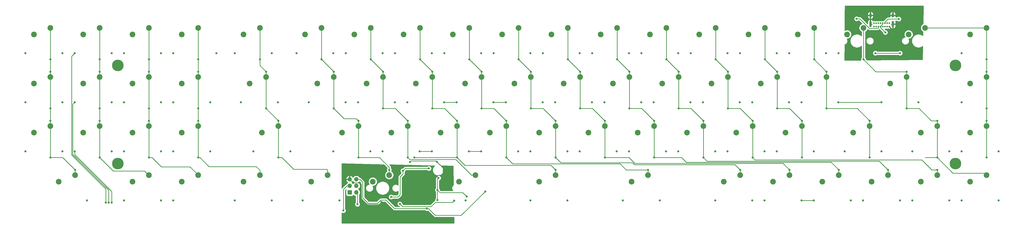
<source format=gbr>
G04 #@! TF.GenerationSoftware,KiCad,Pcbnew,(5.1.12)-1*
G04 #@! TF.CreationDate,2021-12-20T20:21:00-08:00*
G04 #@! TF.ProjectId,logboi,6c6f6762-6f69-42e6-9b69-6361645f7063,rev?*
G04 #@! TF.SameCoordinates,Original*
G04 #@! TF.FileFunction,Copper,L1,Top*
G04 #@! TF.FilePolarity,Positive*
%FSLAX46Y46*%
G04 Gerber Fmt 4.6, Leading zero omitted, Abs format (unit mm)*
G04 Created by KiCad (PCBNEW (5.1.12)-1) date 2021-12-20 20:21:00*
%MOMM*%
%LPD*%
G01*
G04 APERTURE LIST*
G04 #@! TA.AperFunction,ComponentPad*
%ADD10C,2.200000*%
G04 #@! TD*
G04 #@! TA.AperFunction,ComponentPad*
%ADD11C,4.500000*%
G04 #@! TD*
G04 #@! TA.AperFunction,ComponentPad*
%ADD12C,0.650000*%
G04 #@! TD*
G04 #@! TA.AperFunction,ComponentPad*
%ADD13O,0.900000X2.400000*%
G04 #@! TD*
G04 #@! TA.AperFunction,ComponentPad*
%ADD14O,0.900000X1.700000*%
G04 #@! TD*
G04 #@! TA.AperFunction,ComponentPad*
%ADD15O,1.700000X1.700000*%
G04 #@! TD*
G04 #@! TA.AperFunction,ComponentPad*
%ADD16R,1.700000X1.700000*%
G04 #@! TD*
G04 #@! TA.AperFunction,ViaPad*
%ADD17C,0.800000*%
G04 #@! TD*
G04 #@! TA.AperFunction,Conductor*
%ADD18C,0.250000*%
G04 #@! TD*
G04 #@! TA.AperFunction,Conductor*
%ADD19C,0.254000*%
G04 #@! TD*
G04 #@! TA.AperFunction,Conductor*
%ADD20C,0.100000*%
G04 #@! TD*
G04 APERTURE END LIST*
D10*
X102436250Y-84455000D03*
X108786250Y-81915000D03*
X109580000Y-65405000D03*
X115930000Y-62865000D03*
X104817500Y-46355000D03*
X111167500Y-43815000D03*
X102436250Y-27305000D03*
X108786250Y-24765000D03*
X364373750Y-65405000D03*
X370723750Y-62865000D03*
X338180000Y-65405000D03*
X344530000Y-62865000D03*
X352467500Y-46355000D03*
X358817500Y-43815000D03*
X252455000Y-84455000D03*
X258805000Y-81915000D03*
X359611250Y-27305000D03*
X365961250Y-24765000D03*
D11*
X377708750Y-77470000D03*
X53858750Y-39370000D03*
X53858750Y-77470000D03*
X377708750Y-39370000D03*
D10*
X283411250Y-46355000D03*
X289761250Y-43815000D03*
D12*
X347909550Y-24286400D03*
X346209550Y-24286400D03*
X347059550Y-24286400D03*
X348759550Y-24286400D03*
X349609550Y-24286400D03*
X350459550Y-24286400D03*
X351309550Y-24286400D03*
X352159550Y-24286400D03*
X346209550Y-22961400D03*
X347064550Y-22961400D03*
X347914550Y-22961400D03*
X348764550Y-22961400D03*
X349614550Y-22961400D03*
X350464550Y-22961400D03*
X351314550Y-22961400D03*
X352164550Y-22961400D03*
D13*
X344859550Y-23306400D03*
X353509550Y-23306400D03*
D14*
X344859550Y-19926400D03*
X353509550Y-19926400D03*
D10*
X128630000Y-84455000D03*
X134980000Y-81915000D03*
X221498750Y-27305000D03*
X227848750Y-24765000D03*
X216736250Y-84455000D03*
X223086250Y-81915000D03*
X185780000Y-84455000D03*
X192130000Y-81915000D03*
X383423750Y-84455000D03*
X389773750Y-81915000D03*
X383423750Y-65405000D03*
X389773750Y-62865000D03*
X383423750Y-46355000D03*
X389773750Y-43815000D03*
X383423750Y-27305000D03*
X389773750Y-24765000D03*
X21473750Y-27305000D03*
X27823750Y-24765000D03*
X40523750Y-27305000D03*
X46873750Y-24765000D03*
X59573750Y-27305000D03*
X65923750Y-24765000D03*
X78623750Y-27305000D03*
X84973750Y-24765000D03*
X126248750Y-27305000D03*
X132598750Y-24765000D03*
X145298750Y-27305000D03*
X151648750Y-24765000D03*
X164348750Y-27305000D03*
X170698750Y-24765000D03*
X183398750Y-27305000D03*
X189748750Y-24765000D03*
X202448750Y-27305000D03*
X208798750Y-24765000D03*
X240548750Y-27305000D03*
X246898750Y-24765000D03*
X259598750Y-27305000D03*
X265948750Y-24765000D03*
X278648750Y-27305000D03*
X284998750Y-24765000D03*
X297698750Y-27305000D03*
X304048750Y-24765000D03*
X316748750Y-27305000D03*
X323098750Y-24765000D03*
X335798750Y-27305000D03*
X342148750Y-24765000D03*
X21473750Y-46355000D03*
X27823750Y-43815000D03*
X40523750Y-46355000D03*
X46873750Y-43815000D03*
X59573750Y-46355000D03*
X65923750Y-43815000D03*
X78623750Y-46355000D03*
X84973750Y-43815000D03*
X131011250Y-46355000D03*
X137361250Y-43815000D03*
X150061250Y-46355000D03*
X156411250Y-43815000D03*
X169111250Y-46355000D03*
X175461250Y-43815000D03*
X188161250Y-46355000D03*
X194511250Y-43815000D03*
X207211250Y-46355000D03*
X213561250Y-43815000D03*
X226261250Y-46355000D03*
X232611250Y-43815000D03*
X245311250Y-46355000D03*
X251661250Y-43815000D03*
X264361250Y-46355000D03*
X270711250Y-43815000D03*
X302461250Y-46355000D03*
X308811250Y-43815000D03*
X321511250Y-46355000D03*
X327861250Y-43815000D03*
X21473750Y-65405000D03*
X27823750Y-62865000D03*
X40523750Y-65405000D03*
X46873750Y-62865000D03*
X59573750Y-65405000D03*
X65923750Y-62865000D03*
X78623750Y-65405000D03*
X84973750Y-62865000D03*
X140536250Y-65405000D03*
X146886250Y-62865000D03*
X159586250Y-65405000D03*
X165936250Y-62865000D03*
X178636250Y-65405000D03*
X184986250Y-62865000D03*
X197686250Y-65405000D03*
X204036250Y-62865000D03*
X216736250Y-65405000D03*
X223086250Y-62865000D03*
X235786250Y-65405000D03*
X242136250Y-62865000D03*
X254836250Y-65405000D03*
X261186250Y-62865000D03*
X273886250Y-65405000D03*
X280236250Y-62865000D03*
X292936250Y-65405000D03*
X299286250Y-62865000D03*
X311986250Y-65405000D03*
X318336250Y-62865000D03*
X30998750Y-84455000D03*
X37348750Y-81915000D03*
X59573750Y-84455000D03*
X65923750Y-81915000D03*
X78623750Y-84455000D03*
X84973750Y-81915000D03*
X152442500Y-84455000D03*
X158792500Y-81915000D03*
X288173750Y-84455000D03*
X294523750Y-81915000D03*
X307223750Y-84455000D03*
X313573750Y-81915000D03*
X326273750Y-84455000D03*
X332623750Y-81915000D03*
X345323750Y-84455000D03*
X351673750Y-81915000D03*
X364373750Y-84455000D03*
X370723750Y-81915000D03*
D15*
X146069050Y-83566000D03*
X143529050Y-83566000D03*
X146069050Y-86106000D03*
X143529050Y-86106000D03*
X146069050Y-88646000D03*
D16*
X143529050Y-88646000D03*
D17*
X155839040Y-96097210D03*
X155839040Y-92363410D03*
X180707250Y-85376800D03*
X179622450Y-82372200D03*
X166820850Y-76835000D03*
X177251426Y-76818424D03*
X166255450Y-91751400D03*
X172358050Y-92710000D03*
X177437260Y-87718800D03*
X174122850Y-79337400D03*
X177843950Y-83058500D03*
X159531050Y-90398600D03*
X177437260Y-91643990D03*
X188778460Y-90271600D03*
X164077650Y-80238600D03*
X195908250Y-88265000D03*
X173323250Y-94919800D03*
X346748750Y-34595000D03*
X332468750Y-34595000D03*
X327698750Y-34595000D03*
X313418750Y-34595000D03*
X308648750Y-34595000D03*
X294368750Y-34595000D03*
X289598750Y-34595000D03*
X275318750Y-34595000D03*
X270548750Y-34595000D03*
X256268750Y-34595000D03*
X251498750Y-34595000D03*
X237218750Y-34595000D03*
X232448750Y-34595000D03*
X218168750Y-34595000D03*
X213398750Y-34595000D03*
X199118750Y-34595000D03*
X194348750Y-34595000D03*
X180068750Y-34595000D03*
X175298750Y-34595000D03*
X161018750Y-34595000D03*
X156248750Y-34595000D03*
X141968750Y-34595000D03*
X137198750Y-34595000D03*
X122918750Y-34595000D03*
X113386250Y-34595000D03*
X99106250Y-34595000D03*
X91955000Y-34595000D03*
X75293750Y-34595000D03*
X70523750Y-34595000D03*
X56243750Y-34595000D03*
X51473750Y-34595000D03*
X37193750Y-34595000D03*
X32423750Y-34595000D03*
X18143750Y-34595000D03*
X49180750Y-92659200D03*
X356281250Y-34595000D03*
X363417500Y-53645000D03*
X349133750Y-53657500D03*
X332461250Y-53645000D03*
X318181250Y-53645000D03*
X313411250Y-53645000D03*
X299131250Y-53645000D03*
X294361250Y-53645000D03*
X280081250Y-53645000D03*
X275311250Y-53645000D03*
X261031250Y-53645000D03*
X256261250Y-53645000D03*
X241981250Y-53645000D03*
X237211250Y-53645000D03*
X222931250Y-53645000D03*
X218161250Y-53645000D03*
X203881250Y-53645000D03*
X199111250Y-53645000D03*
X184831250Y-53645000D03*
X180061250Y-53645000D03*
X165781250Y-53645000D03*
X161011250Y-53645000D03*
X146731250Y-53645000D03*
X141961250Y-53645000D03*
X127681250Y-53645000D03*
X115767500Y-53645000D03*
X101487500Y-53645000D03*
X89573750Y-53645000D03*
X75293750Y-53645000D03*
X70523750Y-53645000D03*
X56243750Y-53645000D03*
X51473750Y-53645000D03*
X37193750Y-53645000D03*
X32423750Y-53645000D03*
X18143750Y-53645000D03*
X380093750Y-34595000D03*
X50298350Y-92583000D03*
X120578200Y-72707500D03*
X375323750Y-72695000D03*
X361043750Y-72695000D03*
X349130000Y-72695000D03*
X334850000Y-72695000D03*
X322936250Y-72695000D03*
X308656250Y-72695000D03*
X303886250Y-72695000D03*
X289606250Y-72695000D03*
X284836250Y-72695000D03*
X270556250Y-72695000D03*
X265786250Y-72695000D03*
X251506250Y-72695000D03*
X246736250Y-72695000D03*
X232456250Y-72695000D03*
X227686250Y-72695000D03*
X213406250Y-72695000D03*
X208636250Y-72695000D03*
X194356250Y-72695000D03*
X189586250Y-72695000D03*
X175306250Y-72695000D03*
X170536250Y-72695000D03*
X156256250Y-72695000D03*
X151486250Y-72695000D03*
X137206250Y-72695000D03*
X106250000Y-72695000D03*
X89618200Y-72695000D03*
X75293750Y-72695000D03*
X70523750Y-72695000D03*
X56243750Y-72695000D03*
X51473750Y-72695000D03*
X37193750Y-72695000D03*
X32423750Y-72695000D03*
X18143750Y-72695000D03*
X380093750Y-53645000D03*
X146500850Y-93243400D03*
X51492150Y-92608400D03*
X188309250Y-91745000D03*
X375323750Y-91745000D03*
X361043750Y-91745000D03*
X356273750Y-91745000D03*
X341993750Y-91745000D03*
X337223750Y-91745000D03*
X322943750Y-91745000D03*
X318173750Y-91745000D03*
X303893750Y-91745000D03*
X299123750Y-91745000D03*
X284843750Y-91745000D03*
X263405000Y-91745000D03*
X249125000Y-91745000D03*
X227686250Y-91745000D03*
X213406250Y-91745000D03*
X139580000Y-91745000D03*
X125300000Y-91745000D03*
X113386250Y-91745000D03*
X99106250Y-91745000D03*
X75293750Y-91745000D03*
X70523750Y-91745000D03*
X56243750Y-91745000D03*
X41948750Y-91745000D03*
X394373750Y-91745000D03*
X380093750Y-91745000D03*
X394373750Y-72695000D03*
X380093750Y-72695000D03*
X162883850Y-93091000D03*
X183915050Y-91897200D03*
X141065250Y-95707200D03*
X37348750Y-79885000D03*
X27823750Y-75105000D03*
X27823750Y-60835000D03*
X27823750Y-56055000D03*
X27823750Y-41785000D03*
X27823750Y-37005000D03*
X46873750Y-75105000D03*
X46873750Y-60835000D03*
X46873750Y-56055000D03*
X46873750Y-41785000D03*
X46873750Y-37005000D03*
X46873750Y-75105000D03*
X46873750Y-75105000D03*
X65923750Y-75105000D03*
X65923750Y-60835000D03*
X65923750Y-56055000D03*
X65923750Y-41785000D03*
X65923750Y-37005000D03*
X84973750Y-75105000D03*
X84973750Y-60835000D03*
X84973750Y-56055000D03*
X84973750Y-41785000D03*
X84973750Y-37005000D03*
X115930000Y-75105000D03*
X115930000Y-60835000D03*
X111167500Y-56055000D03*
X111167500Y-41785000D03*
X108786250Y-37005000D03*
X158792500Y-79885000D03*
X146886250Y-75105000D03*
X146886250Y-60835000D03*
X137361250Y-56055000D03*
X137361250Y-41785000D03*
X132598750Y-37005000D03*
X165936250Y-75105000D03*
X165936250Y-60835000D03*
X156411250Y-56055000D03*
X156411250Y-41785000D03*
X151648750Y-37005000D03*
X223086250Y-79885000D03*
X184986250Y-75105000D03*
X184986250Y-60835000D03*
X175461250Y-56055000D03*
X175461250Y-41785000D03*
X170698750Y-37005000D03*
X168535350Y-75069700D03*
X258805000Y-79885000D03*
X204036250Y-75105000D03*
X204036250Y-60835000D03*
X194511250Y-56055000D03*
X194511250Y-41785000D03*
X189748750Y-37005000D03*
X294523750Y-79885000D03*
X223086250Y-75105000D03*
X223086250Y-60835000D03*
X213561250Y-56055000D03*
X213561250Y-41785000D03*
X208798750Y-37005000D03*
X313573750Y-79885000D03*
X242136250Y-75105000D03*
X242136250Y-60835000D03*
X232611250Y-56055000D03*
X232611250Y-41785000D03*
X227848750Y-37005000D03*
X261186250Y-75105000D03*
X332623750Y-79885000D03*
X261186250Y-60835000D03*
X251661250Y-56055000D03*
X251661250Y-41785000D03*
X246898750Y-37005000D03*
X351673750Y-79885000D03*
X280236250Y-75105000D03*
X280236250Y-60835000D03*
X270711250Y-56055000D03*
X270711250Y-41785000D03*
X265948750Y-37005000D03*
X370723750Y-79885000D03*
X299286250Y-75105000D03*
X299286250Y-60835000D03*
X289761250Y-56055000D03*
X289761250Y-41785000D03*
X284998750Y-37005000D03*
X318336250Y-75105000D03*
X318336250Y-60835000D03*
X308811250Y-56055000D03*
X308811250Y-41785000D03*
X304048750Y-37005000D03*
X344530000Y-75105000D03*
X344530000Y-60835000D03*
X327861250Y-56055000D03*
X327861250Y-41785000D03*
X323098750Y-37005000D03*
X358817500Y-41785000D03*
X370723750Y-60835000D03*
X358817500Y-56055000D03*
X342148750Y-37005000D03*
X370711050Y-75133200D03*
X389773750Y-37005000D03*
X389773750Y-41785000D03*
X389773750Y-56055000D03*
X389773750Y-60835000D03*
X389773750Y-75105000D03*
X355769140Y-21336000D03*
X350589850Y-26543000D03*
X339481750Y-21234400D03*
D18*
X155839040Y-92363410D02*
X155839040Y-92363410D01*
X144894049Y-84930999D02*
X147369497Y-84930999D01*
X143529050Y-83566000D02*
X144894049Y-84930999D01*
X148056074Y-85617576D02*
X148056074Y-91064824D01*
X147369497Y-84930999D02*
X148056074Y-85617576D01*
X150301840Y-93310590D02*
X155839040Y-93310590D01*
X148056074Y-91064824D02*
X150301840Y-93310590D01*
X155839040Y-93310590D02*
X155839040Y-92363410D01*
X155839040Y-96097210D02*
X155839040Y-93310590D01*
X180707250Y-85376800D02*
X180707250Y-83457000D01*
X180707250Y-83457000D02*
X179622450Y-82372200D01*
X179622450Y-82372200D02*
X179622450Y-82372200D01*
X179622450Y-79189448D02*
X177251426Y-76818424D01*
X179622450Y-82372200D02*
X179622450Y-79189448D01*
X176887002Y-76454000D02*
X167176450Y-76454000D01*
X167176450Y-76454000D02*
X167176450Y-76479400D01*
X167176450Y-76479400D02*
X166820850Y-76835000D01*
X166820850Y-76835000D02*
X166820850Y-76835000D01*
X177251426Y-76818424D02*
X176887002Y-76454000D01*
X177857247Y-81972201D02*
X175075850Y-84753598D01*
X179222451Y-81972201D02*
X177857247Y-81972201D01*
X179622450Y-82372200D02*
X179222451Y-81972201D01*
X175075850Y-91059000D02*
X174383450Y-91751400D01*
X175075850Y-84753598D02*
X175075850Y-91059000D01*
X173316650Y-91751400D02*
X172358050Y-92710000D01*
X174383450Y-91751400D02*
X173316650Y-91751400D01*
X167214050Y-92710000D02*
X166255450Y-91751400D01*
X172358050Y-92710000D02*
X167214050Y-92710000D01*
X177983650Y-83198200D02*
X178034450Y-83198200D01*
X177843950Y-83058500D02*
X177983650Y-83198200D01*
X159531050Y-90398600D02*
X159531050Y-90398600D01*
X177437260Y-91796390D02*
X177437260Y-87718800D01*
X177437260Y-91643990D02*
X177437260Y-91796390D01*
X177437260Y-83465190D02*
X177843950Y-83058500D01*
X177437260Y-87718800D02*
X177437260Y-83465190D01*
X178409255Y-88690795D02*
X177964755Y-88246295D01*
X187197655Y-88690795D02*
X178409255Y-88690795D01*
X188778460Y-90271600D02*
X187197655Y-88690795D01*
X177964755Y-88246295D02*
X177437260Y-87718800D01*
X164978850Y-79337400D02*
X164077650Y-80238600D01*
X174122850Y-79337400D02*
X164978850Y-79337400D01*
X164077650Y-81559400D02*
X164077650Y-80238600D01*
X162998150Y-82638900D02*
X164077650Y-81559400D01*
X162998150Y-89573100D02*
X162998150Y-82638900D01*
X162172650Y-90398600D02*
X162998150Y-89573100D01*
X159531050Y-90398600D02*
X162172650Y-90398600D01*
X148506084Y-84682234D02*
X147389850Y-83566000D01*
X147389850Y-83566000D02*
X146069050Y-83566000D01*
X150613830Y-92860580D02*
X148506084Y-90752834D01*
X154300470Y-92860580D02*
X150613830Y-92860580D01*
X155522641Y-91638409D02*
X154300470Y-92860580D01*
X157516907Y-91638409D02*
X155522641Y-91638409D01*
X160798298Y-94919800D02*
X157516907Y-91638409D01*
X148506084Y-90752834D02*
X148506084Y-84682234D01*
X173323250Y-94919800D02*
X160798298Y-94919800D01*
X176573999Y-97560001D02*
X173933798Y-94919800D01*
X186613249Y-97560001D02*
X176573999Y-97560001D01*
X173933798Y-94919800D02*
X173323250Y-94919800D01*
X195908250Y-88265000D02*
X186613249Y-97560001D01*
X36018739Y-35770011D02*
X37193750Y-34595000D01*
X36018739Y-74089809D02*
X36018739Y-35770011D01*
X49180750Y-87251820D02*
X36018739Y-74089809D01*
X49180750Y-92659200D02*
X49180750Y-87251820D01*
X351518750Y-34595000D02*
X346748750Y-34595000D01*
X351518750Y-34595000D02*
X356281250Y-34595000D01*
X199111250Y-53645000D02*
X203881250Y-53645000D01*
X36468749Y-54370001D02*
X37193750Y-53645000D01*
X36468749Y-73903409D02*
X36468749Y-54370001D01*
X50298350Y-87733010D02*
X36468749Y-73903409D01*
X50298350Y-92583000D02*
X50298350Y-87733010D01*
X180061250Y-53645000D02*
X184831250Y-53645000D01*
X332461250Y-53645000D02*
X344375000Y-53645000D01*
X349133750Y-53657500D02*
X344371250Y-53657500D01*
X170536250Y-72695000D02*
X175306250Y-72695000D01*
X189586250Y-72695000D02*
X194356250Y-72695000D01*
X146500850Y-89077800D02*
X146069050Y-88646000D01*
X146500850Y-93243400D02*
X146500850Y-89077800D01*
X37193750Y-73992000D02*
X37193750Y-72695000D01*
X51492150Y-92608400D02*
X51492150Y-88290400D01*
X51492150Y-88290400D02*
X37193750Y-73992000D01*
X318173750Y-91745000D02*
X322943750Y-91745000D01*
X183915050Y-91897200D02*
X183915050Y-91897200D01*
X163976050Y-94183200D02*
X162883850Y-93091000D01*
X174974250Y-94183200D02*
X163976050Y-94183200D01*
X176612550Y-92544900D02*
X174974250Y-94183200D01*
X183267350Y-92544900D02*
X176612550Y-92544900D01*
X183915050Y-91897200D02*
X183267350Y-92544900D01*
X142436850Y-86106000D02*
X143529050Y-86106000D01*
X141065250Y-87477600D02*
X142436850Y-86106000D01*
X141065250Y-95707200D02*
X141065250Y-87477600D01*
X37348750Y-79885000D02*
X37348750Y-81915000D01*
X32568750Y-75105000D02*
X37348750Y-79885000D01*
X27823750Y-75105000D02*
X32568750Y-75105000D01*
X27823750Y-60835000D02*
X27823750Y-75105000D01*
X27823750Y-60835000D02*
X27823750Y-56055000D01*
X27823750Y-56055000D02*
X27823750Y-24765000D01*
X46873750Y-75105000D02*
X46873750Y-60835000D01*
X46873750Y-56055000D02*
X46873750Y-60835000D01*
X46873750Y-24765000D02*
X46873750Y-56055000D01*
X46873750Y-75105000D02*
X52083550Y-80314800D01*
X52083550Y-80314800D02*
X64228300Y-80314800D01*
X65828500Y-81915000D02*
X65923750Y-81915000D01*
X64228300Y-80314800D02*
X65828500Y-81915000D01*
X65923750Y-60835000D02*
X65923750Y-75105000D01*
X65923750Y-24765000D02*
X65923750Y-60835000D01*
X65923750Y-75105000D02*
X67095700Y-75105000D01*
X70733875Y-78743175D02*
X81801925Y-78743175D01*
X67095700Y-75105000D02*
X70733875Y-78743175D01*
X81801925Y-78743175D02*
X84973750Y-81915000D01*
X84973750Y-60835000D02*
X84973750Y-75105000D01*
X84973750Y-60835000D02*
X84973750Y-56055000D01*
X84973750Y-24765000D02*
X84973750Y-56055000D01*
X108786250Y-81915000D02*
X108786250Y-80040248D01*
X84973750Y-75105000D02*
X85586900Y-75105000D01*
X89106849Y-78624949D02*
X107370951Y-78624949D01*
X85586900Y-75105000D02*
X89106849Y-78624949D01*
X108786250Y-80040248D02*
X107370951Y-78624949D01*
X115930000Y-75105000D02*
X115930000Y-60835000D01*
X111167500Y-56072500D02*
X111167500Y-56055000D01*
X115930000Y-60835000D02*
X111167500Y-56072500D01*
X111167500Y-56055000D02*
X111167500Y-41785000D01*
X108786250Y-39403750D02*
X111167500Y-41785000D01*
X108786250Y-37005000D02*
X108786250Y-39403750D01*
X108786250Y-30746002D02*
X108786250Y-37005000D01*
X108786250Y-24765000D02*
X108786250Y-30746002D01*
X134980000Y-80052748D02*
X134980000Y-81915000D01*
X121835500Y-79654400D02*
X134581652Y-79654400D01*
X117286100Y-75105000D02*
X121835500Y-79654400D01*
X134581652Y-79654400D02*
X134980000Y-80052748D01*
X115930000Y-75105000D02*
X117286100Y-75105000D01*
X158792500Y-79885000D02*
X158792500Y-81915000D01*
X132598750Y-24765000D02*
X132598750Y-37005000D01*
X137361250Y-41767500D02*
X137361250Y-41785000D01*
X132598750Y-37005000D02*
X137361250Y-41767500D01*
X137361250Y-48094002D02*
X137361250Y-56055000D01*
X137361250Y-41785000D02*
X137361250Y-48094002D01*
X137361250Y-56055000D02*
X141319250Y-60013000D01*
X146064250Y-60013000D02*
X146886250Y-60835000D01*
X141319250Y-60013000D02*
X146064250Y-60013000D01*
X158792500Y-79885000D02*
X158792500Y-78865050D01*
X155032450Y-75105000D02*
X146886250Y-75105000D01*
X158792500Y-78865050D02*
X155032450Y-75105000D01*
X146886250Y-60835000D02*
X146886250Y-75105000D01*
X151648750Y-30746002D02*
X151648750Y-37005000D01*
X151648750Y-24765000D02*
X151648750Y-30746002D01*
X156411250Y-41767500D02*
X156411250Y-41785000D01*
X151648750Y-37005000D02*
X156411250Y-41767500D01*
X156411250Y-56055000D02*
X156411250Y-41785000D01*
X161156250Y-56055000D02*
X165936250Y-60835000D01*
X156411250Y-56055000D02*
X161156250Y-56055000D01*
X165936250Y-60835000D02*
X165936250Y-75105000D01*
X190574366Y-81915000D02*
X192130000Y-81915000D01*
X184489367Y-75830001D02*
X190574366Y-81915000D01*
X166661251Y-75830001D02*
X184489367Y-75830001D01*
X165936250Y-75105000D02*
X166661251Y-75830001D01*
X223086250Y-81915000D02*
X223086250Y-79885000D01*
X177105050Y-75105000D02*
X184986250Y-75105000D01*
X184986250Y-60835000D02*
X184986250Y-75105000D01*
X221346249Y-78144999D02*
X223086250Y-79885000D01*
X188026249Y-78144999D02*
X221346249Y-78144999D01*
X184986250Y-75105000D02*
X188026249Y-78144999D01*
X175461250Y-41785000D02*
X175461250Y-56055000D01*
X170698750Y-24765000D02*
X170698750Y-37005000D01*
X175461250Y-41767500D02*
X175461250Y-41785000D01*
X170698750Y-37005000D02*
X175461250Y-41767500D01*
X168570650Y-75105000D02*
X168535350Y-75069700D01*
X177105050Y-75105000D02*
X168570650Y-75105000D01*
X180206250Y-56055000D02*
X184986250Y-60835000D01*
X175461250Y-56055000D02*
X180206250Y-56055000D01*
X258805000Y-81915000D02*
X258805000Y-79885000D01*
X204036250Y-75105000D02*
X204036250Y-60835000D01*
X189748750Y-24765000D02*
X189748750Y-37005000D01*
X194511250Y-41767500D02*
X194511250Y-41785000D01*
X189748750Y-37005000D02*
X194511250Y-41767500D01*
X194511250Y-41785000D02*
X194511250Y-56055000D01*
X199256250Y-56055000D02*
X204036250Y-60835000D01*
X194511250Y-56055000D02*
X199256250Y-56055000D01*
X250405930Y-79885000D02*
X258805000Y-79885000D01*
X248110740Y-77589810D02*
X250405930Y-79885000D01*
X206521060Y-77589810D02*
X248110740Y-77589810D01*
X204036250Y-75105000D02*
X206521060Y-77589810D01*
X294523750Y-79885000D02*
X294523750Y-81915000D01*
X223086250Y-60835000D02*
X223086250Y-75105000D01*
X208798750Y-24765000D02*
X208798750Y-37005000D01*
X213561250Y-41767500D02*
X213561250Y-41785000D01*
X208798750Y-37005000D02*
X213561250Y-41767500D01*
X213561250Y-41785000D02*
X213561250Y-56055000D01*
X218306250Y-56055000D02*
X223086250Y-60835000D01*
X213561250Y-56055000D02*
X218306250Y-56055000D01*
X292489980Y-77851230D02*
X294523750Y-79885000D01*
X252851500Y-77139800D02*
X253562930Y-77851230D01*
X225121050Y-77139800D02*
X252851500Y-77139800D01*
X223086250Y-75105000D02*
X225121050Y-77139800D01*
X292489980Y-77851230D02*
X287335320Y-77851230D01*
X287335320Y-77851230D02*
X287727480Y-77851230D01*
X253562930Y-77851230D02*
X287335320Y-77851230D01*
X313573750Y-79885000D02*
X313573750Y-81915000D01*
X242136250Y-75105000D02*
X242136250Y-60835000D01*
X227848750Y-24765000D02*
X227848750Y-37005000D01*
X232611250Y-41767500D02*
X232611250Y-41785000D01*
X227848750Y-37005000D02*
X232611250Y-41767500D01*
X232611250Y-41785000D02*
X232611250Y-56055000D01*
X237356250Y-56055000D02*
X242136250Y-60835000D01*
X232611250Y-56055000D02*
X237356250Y-56055000D01*
X311239125Y-77550375D02*
X313573750Y-79885000D01*
X311089970Y-77401220D02*
X311239125Y-77550375D01*
X253749330Y-77401220D02*
X311089970Y-77401220D01*
X251453110Y-75105000D02*
X253749330Y-77401220D01*
X242136250Y-75105000D02*
X251453110Y-75105000D01*
X332623750Y-81915000D02*
X332623750Y-79885000D01*
X261186250Y-75105000D02*
X261186250Y-60835000D01*
X246898750Y-24765000D02*
X246898750Y-37005000D01*
X251661250Y-41767500D02*
X251661250Y-41785000D01*
X246898750Y-37005000D02*
X251661250Y-41767500D01*
X251661250Y-41785000D02*
X251661250Y-56055000D01*
X256406250Y-56055000D02*
X261186250Y-60835000D01*
X251661250Y-56055000D02*
X256406250Y-56055000D01*
X329689960Y-76951210D02*
X332623750Y-79885000D01*
X273655740Y-76951210D02*
X329689960Y-76951210D01*
X271809530Y-75105000D02*
X273655740Y-76951210D01*
X261186250Y-75105000D02*
X271809530Y-75105000D01*
X351673750Y-81915000D02*
X351673750Y-79885000D01*
X280236250Y-60835000D02*
X280236250Y-75105000D01*
X265948750Y-29044002D02*
X265948750Y-37005000D01*
X265948750Y-24765000D02*
X265948750Y-29044002D01*
X270711250Y-41767500D02*
X270711250Y-41785000D01*
X265948750Y-37005000D02*
X270711250Y-41767500D01*
X270711250Y-41785000D02*
X270711250Y-56055000D01*
X275456250Y-56055000D02*
X280236250Y-60835000D01*
X270711250Y-56055000D02*
X275456250Y-56055000D01*
X280236250Y-75105000D02*
X281632450Y-76501200D01*
X343999350Y-76501200D02*
X343084950Y-76501200D01*
X348289950Y-76501200D02*
X343999350Y-76501200D01*
X351673750Y-79885000D02*
X348289950Y-76501200D01*
X343084950Y-76501200D02*
X343527450Y-76501200D01*
X281632450Y-76501200D02*
X343084950Y-76501200D01*
X370723750Y-81915000D02*
X370723750Y-79885000D01*
X299286250Y-60835000D02*
X299286250Y-75105000D01*
X284998750Y-24765000D02*
X284998750Y-37005000D01*
X289761250Y-41767500D02*
X289761250Y-41785000D01*
X284998750Y-37005000D02*
X289761250Y-41767500D01*
X289761250Y-41785000D02*
X289761250Y-56055000D01*
X294506250Y-56055000D02*
X299286250Y-60835000D01*
X289761250Y-56055000D02*
X294506250Y-56055000D01*
X368562450Y-79885000D02*
X370723750Y-79885000D01*
X300187150Y-76005900D02*
X364683350Y-76005900D01*
X364683350Y-76005900D02*
X368562450Y-79885000D01*
X299286250Y-75105000D02*
X300187150Y-76005900D01*
X318336250Y-60835000D02*
X318336250Y-75105000D01*
X308811250Y-56055000D02*
X308811250Y-41785000D01*
X304048750Y-37022500D02*
X304048750Y-37005000D01*
X304048750Y-37022500D02*
X304490050Y-37463800D01*
X304048750Y-24765000D02*
X304048750Y-37022500D01*
X308811250Y-41785000D02*
X304490050Y-37463800D01*
X313556250Y-56055000D02*
X318336250Y-60835000D01*
X308811250Y-56055000D02*
X313556250Y-56055000D01*
X327861250Y-41785000D02*
X327861250Y-56055000D01*
X323098750Y-37022500D02*
X323098750Y-37005000D01*
X327861250Y-41785000D02*
X323098750Y-37022500D01*
X323098750Y-37005000D02*
X323098750Y-24765000D01*
X339750000Y-56055000D02*
X344530000Y-60835000D01*
X327861250Y-56055000D02*
X334862500Y-56055000D01*
X334862500Y-56055000D02*
X339750000Y-56055000D01*
X334862500Y-56055000D02*
X334987500Y-56055000D01*
X344530000Y-60835000D02*
X344530000Y-62865000D01*
X344530000Y-62865000D02*
X344530000Y-75105000D01*
X358817500Y-56055000D02*
X358817500Y-41785000D01*
X346928750Y-41785000D02*
X342148750Y-37005000D01*
X358817500Y-41785000D02*
X351691250Y-41785000D01*
X342148750Y-37005000D02*
X342148750Y-24765000D01*
X346928750Y-41785000D02*
X351691250Y-41785000D01*
X370711050Y-75133200D02*
X365948550Y-75133200D01*
X376730850Y-81153000D02*
X370711050Y-75133200D01*
X389011750Y-81153000D02*
X376730850Y-81153000D01*
X389773750Y-81915000D02*
X389011750Y-81153000D01*
X368436498Y-60835000D02*
X370723750Y-60835000D01*
X363656498Y-56055000D02*
X368436498Y-60835000D01*
X358817500Y-56055000D02*
X363656498Y-56055000D01*
X370723750Y-75120500D02*
X370711050Y-75133200D01*
X370723750Y-60835000D02*
X370723750Y-75120500D01*
X389773750Y-24765000D02*
X389773750Y-43815000D01*
X389773750Y-43815000D02*
X389773750Y-75105000D01*
X389773750Y-24765000D02*
X370723750Y-24765000D01*
X370723750Y-24765000D02*
X365961250Y-24765000D01*
X351630331Y-21336000D02*
X352723450Y-21336000D01*
X350464550Y-22501781D02*
X351630331Y-21336000D01*
X350464550Y-22961400D02*
X350464550Y-22501781D01*
X355769140Y-21336000D02*
X352723450Y-21336000D01*
X348959549Y-23974399D02*
X349614550Y-23319398D01*
X348959549Y-24185501D02*
X348959549Y-23974399D01*
X349614550Y-23319398D02*
X349614550Y-22961400D01*
X348858650Y-24286400D02*
X348959549Y-24185501D01*
X348759550Y-24286400D02*
X348858650Y-24286400D01*
X348759550Y-24712700D02*
X350589850Y-26543000D01*
X348759550Y-24286400D02*
X348759550Y-24712700D01*
X340727152Y-21234400D02*
X339481750Y-21234400D01*
X344429153Y-24936401D02*
X340727152Y-21234400D01*
X347719168Y-24936401D02*
X344429153Y-24936401D01*
X347909550Y-24746019D02*
X347719168Y-24936401D01*
X347909550Y-24286400D02*
X347909550Y-24746019D01*
D19*
X365167901Y-23215665D02*
X365139419Y-23227463D01*
X364855252Y-23417337D01*
X364613587Y-23659002D01*
X364423713Y-23943169D01*
X364292925Y-24258919D01*
X364226250Y-24594117D01*
X364226250Y-24935883D01*
X364292925Y-25271081D01*
X364423713Y-25586831D01*
X364613587Y-25870998D01*
X364855252Y-26112663D01*
X365112692Y-26284679D01*
X365085648Y-27788028D01*
X364669391Y-27509893D01*
X364189851Y-27311261D01*
X363680775Y-27210000D01*
X363161725Y-27210000D01*
X362652649Y-27311261D01*
X362173109Y-27509893D01*
X361741535Y-27798262D01*
X361374512Y-28165285D01*
X361086143Y-28596859D01*
X360887511Y-29076399D01*
X360786250Y-29585475D01*
X360786250Y-30104525D01*
X360887511Y-30613601D01*
X361086143Y-31093141D01*
X361374512Y-31524715D01*
X361741535Y-31891738D01*
X362173109Y-32180107D01*
X362652649Y-32378739D01*
X363161725Y-32480000D01*
X363680775Y-32480000D01*
X364189851Y-32378739D01*
X364669391Y-32180107D01*
X365010742Y-31952023D01*
X364917946Y-37110441D01*
X343508550Y-37289999D01*
X343183750Y-36965199D01*
X343183750Y-36903061D01*
X343143976Y-36703102D01*
X343065955Y-36514744D01*
X342952687Y-36345226D01*
X342908750Y-36301289D01*
X342908750Y-34493061D01*
X345713750Y-34493061D01*
X345713750Y-34696939D01*
X345753524Y-34896898D01*
X345831545Y-35085256D01*
X345944813Y-35254774D01*
X346088976Y-35398937D01*
X346258494Y-35512205D01*
X346446852Y-35590226D01*
X346646811Y-35630000D01*
X346850689Y-35630000D01*
X347050648Y-35590226D01*
X347239006Y-35512205D01*
X347408524Y-35398937D01*
X347452461Y-35355000D01*
X355577539Y-35355000D01*
X355621476Y-35398937D01*
X355790994Y-35512205D01*
X355979352Y-35590226D01*
X356179311Y-35630000D01*
X356383189Y-35630000D01*
X356583148Y-35590226D01*
X356771506Y-35512205D01*
X356941024Y-35398937D01*
X357085187Y-35254774D01*
X357198455Y-35085256D01*
X357276476Y-34896898D01*
X357316250Y-34696939D01*
X357316250Y-34493061D01*
X357276476Y-34293102D01*
X357198455Y-34104744D01*
X357085187Y-33935226D01*
X356941024Y-33791063D01*
X356771506Y-33677795D01*
X356583148Y-33599774D01*
X356383189Y-33560000D01*
X356179311Y-33560000D01*
X355979352Y-33599774D01*
X355790994Y-33677795D01*
X355621476Y-33791063D01*
X355577539Y-33835000D01*
X347452461Y-33835000D01*
X347408524Y-33791063D01*
X347239006Y-33677795D01*
X347050648Y-33599774D01*
X346850689Y-33560000D01*
X346646811Y-33560000D01*
X346446852Y-33599774D01*
X346258494Y-33677795D01*
X346088976Y-33791063D01*
X345944813Y-33935226D01*
X345831545Y-34104744D01*
X345753524Y-34293102D01*
X345713750Y-34493061D01*
X342908750Y-34493061D01*
X342908750Y-29698740D01*
X343203750Y-29698740D01*
X343203750Y-29991260D01*
X343260818Y-30278158D01*
X343372760Y-30548411D01*
X343535275Y-30791632D01*
X343742118Y-30998475D01*
X343985339Y-31160990D01*
X344255592Y-31272932D01*
X344542490Y-31330000D01*
X344835010Y-31330000D01*
X345121908Y-31272932D01*
X345392161Y-31160990D01*
X345635382Y-30998475D01*
X345842225Y-30791632D01*
X346004740Y-30548411D01*
X346116682Y-30278158D01*
X346173750Y-29991260D01*
X346173750Y-29698740D01*
X356856250Y-29698740D01*
X356856250Y-29991260D01*
X356913318Y-30278158D01*
X357025260Y-30548411D01*
X357187775Y-30791632D01*
X357394618Y-30998475D01*
X357637839Y-31160990D01*
X357908092Y-31272932D01*
X358194990Y-31330000D01*
X358487510Y-31330000D01*
X358774408Y-31272932D01*
X359044661Y-31160990D01*
X359287882Y-30998475D01*
X359494725Y-30791632D01*
X359657240Y-30548411D01*
X359769182Y-30278158D01*
X359826250Y-29991260D01*
X359826250Y-29698740D01*
X359769182Y-29411842D01*
X359657240Y-29141589D01*
X359589360Y-29040000D01*
X359782133Y-29040000D01*
X360117331Y-28973325D01*
X360433081Y-28842537D01*
X360717248Y-28652663D01*
X360958913Y-28410998D01*
X361148787Y-28126831D01*
X361279575Y-27811081D01*
X361346250Y-27475883D01*
X361346250Y-27134117D01*
X361279575Y-26798919D01*
X361148787Y-26483169D01*
X360958913Y-26199002D01*
X360717248Y-25957337D01*
X360433081Y-25767463D01*
X360117331Y-25636675D01*
X359782133Y-25570000D01*
X359440367Y-25570000D01*
X359105169Y-25636675D01*
X358789419Y-25767463D01*
X358505252Y-25957337D01*
X358263587Y-26199002D01*
X358073713Y-26483169D01*
X357942925Y-26798919D01*
X357876250Y-27134117D01*
X357876250Y-27475883D01*
X357942925Y-27811081D01*
X358073713Y-28126831D01*
X358229511Y-28360000D01*
X358194990Y-28360000D01*
X357908092Y-28417068D01*
X357637839Y-28529010D01*
X357394618Y-28691525D01*
X357187775Y-28898368D01*
X357025260Y-29141589D01*
X356913318Y-29411842D01*
X356856250Y-29698740D01*
X346173750Y-29698740D01*
X346116682Y-29411842D01*
X346004740Y-29141589D01*
X345842225Y-28898368D01*
X345635382Y-28691525D01*
X345392161Y-28529010D01*
X345121908Y-28417068D01*
X344835010Y-28360000D01*
X344542490Y-28360000D01*
X344255592Y-28417068D01*
X343985339Y-28529010D01*
X343742118Y-28691525D01*
X343535275Y-28898368D01*
X343372760Y-29141589D01*
X343260818Y-29411842D01*
X343203750Y-29698740D01*
X342908750Y-29698740D01*
X342908750Y-26328148D01*
X342970581Y-26302537D01*
X343254748Y-26112663D01*
X343496413Y-25870998D01*
X343686287Y-25586831D01*
X343779572Y-25361622D01*
X343865354Y-25447404D01*
X343889152Y-25476402D01*
X343918150Y-25500200D01*
X344004876Y-25571375D01*
X344106688Y-25625795D01*
X344136906Y-25641947D01*
X344280167Y-25685404D01*
X344391820Y-25696401D01*
X344391829Y-25696401D01*
X344429152Y-25700077D01*
X344466475Y-25696401D01*
X347681846Y-25696401D01*
X347719168Y-25700077D01*
X347756490Y-25696401D01*
X347756501Y-25696401D01*
X347868154Y-25685404D01*
X348011415Y-25641947D01*
X348143444Y-25571375D01*
X348259169Y-25476402D01*
X348282972Y-25447398D01*
X348351209Y-25379161D01*
X349554850Y-26582802D01*
X349554850Y-26644939D01*
X349594624Y-26844898D01*
X349672645Y-27033256D01*
X349785913Y-27202774D01*
X349930076Y-27346937D01*
X350099594Y-27460205D01*
X350287952Y-27538226D01*
X350487911Y-27578000D01*
X350691789Y-27578000D01*
X350891748Y-27538226D01*
X351080106Y-27460205D01*
X351249624Y-27346937D01*
X351393787Y-27202774D01*
X351507055Y-27033256D01*
X351585076Y-26844898D01*
X351624850Y-26644939D01*
X351624850Y-26441061D01*
X351585076Y-26241102D01*
X351507055Y-26052744D01*
X351393787Y-25883226D01*
X351249624Y-25739063D01*
X351080106Y-25625795D01*
X350891748Y-25547774D01*
X350691789Y-25508000D01*
X350629652Y-25508000D01*
X350368052Y-25246400D01*
X350554102Y-25246400D01*
X350739572Y-25209508D01*
X350884550Y-25149456D01*
X351029528Y-25209508D01*
X351214998Y-25246400D01*
X351404102Y-25246400D01*
X351589572Y-25209508D01*
X351734970Y-25149282D01*
X351874542Y-25207981D01*
X352059810Y-25245875D01*
X352248911Y-25246897D01*
X352434578Y-25211008D01*
X352609676Y-25139587D01*
X352618873Y-25134670D01*
X352632481Y-24938936D01*
X352237189Y-24543644D01*
X352269550Y-24380952D01*
X352269550Y-24191848D01*
X352268721Y-24187681D01*
X352353298Y-24272258D01*
X352339155Y-24286400D01*
X352489325Y-24436570D01*
X352555741Y-24588945D01*
X352677963Y-24764791D01*
X352832142Y-24913414D01*
X353012353Y-25029102D01*
X353215549Y-25100808D01*
X353382550Y-24973902D01*
X353382550Y-23433400D01*
X353636550Y-23433400D01*
X353636550Y-24973902D01*
X353803551Y-25100808D01*
X354006747Y-25029102D01*
X354186958Y-24913414D01*
X354341137Y-24764791D01*
X354463359Y-24588945D01*
X354548926Y-24392633D01*
X354594550Y-24183400D01*
X354594550Y-23433400D01*
X353636550Y-23433400D01*
X353382550Y-23433400D01*
X352830477Y-23433400D01*
X353012820Y-23420723D01*
X353086131Y-23246408D01*
X353099837Y-23179400D01*
X353382550Y-23179400D01*
X353382550Y-23159400D01*
X353636550Y-23159400D01*
X353636550Y-23179400D01*
X354594550Y-23179400D01*
X354594550Y-22429400D01*
X354548926Y-22220167D01*
X354494805Y-22096000D01*
X355065429Y-22096000D01*
X355109366Y-22139937D01*
X355278884Y-22253205D01*
X355467242Y-22331226D01*
X355667201Y-22371000D01*
X355871079Y-22371000D01*
X356071038Y-22331226D01*
X356259396Y-22253205D01*
X356428914Y-22139937D01*
X356573077Y-21995774D01*
X356686345Y-21826256D01*
X356764366Y-21637898D01*
X356804140Y-21437939D01*
X356804140Y-21234061D01*
X356764366Y-21034102D01*
X356686345Y-20845744D01*
X356573077Y-20676226D01*
X356428914Y-20532063D01*
X356259396Y-20418795D01*
X356071038Y-20340774D01*
X355871079Y-20301000D01*
X355667201Y-20301000D01*
X355467242Y-20340774D01*
X355278884Y-20418795D01*
X355109366Y-20532063D01*
X355065429Y-20576000D01*
X354567817Y-20576000D01*
X354594550Y-20453400D01*
X354594550Y-20053400D01*
X353636550Y-20053400D01*
X353636550Y-20073400D01*
X353382550Y-20073400D01*
X353382550Y-20053400D01*
X352424550Y-20053400D01*
X352424550Y-20453400D01*
X352451283Y-20576000D01*
X351667653Y-20576000D01*
X351630330Y-20572324D01*
X351593007Y-20576000D01*
X351592998Y-20576000D01*
X351481345Y-20586997D01*
X351338084Y-20630454D01*
X351206055Y-20701026D01*
X351090330Y-20795999D01*
X351066532Y-20824997D01*
X349953548Y-21937982D01*
X349924550Y-21961780D01*
X349866363Y-22032681D01*
X349709102Y-22001400D01*
X349519998Y-22001400D01*
X349334528Y-22038292D01*
X349189550Y-22098344D01*
X349044572Y-22038292D01*
X348859102Y-22001400D01*
X348669998Y-22001400D01*
X348484528Y-22038292D01*
X348339550Y-22098344D01*
X348194572Y-22038292D01*
X348009102Y-22001400D01*
X347819998Y-22001400D01*
X347634528Y-22038292D01*
X347489550Y-22098344D01*
X347344572Y-22038292D01*
X347159102Y-22001400D01*
X346969998Y-22001400D01*
X346784528Y-22038292D01*
X346636611Y-22099562D01*
X346494558Y-22039819D01*
X346309290Y-22001925D01*
X346120189Y-22000903D01*
X345934522Y-22036792D01*
X345836436Y-22076800D01*
X345813359Y-22023855D01*
X345691137Y-21848009D01*
X345536958Y-21699386D01*
X345356747Y-21583698D01*
X345153551Y-21511992D01*
X344986550Y-21638898D01*
X344986550Y-23179400D01*
X345273919Y-23179400D01*
X345284942Y-23236428D01*
X345356363Y-23411526D01*
X345361280Y-23420723D01*
X345543623Y-23433400D01*
X344986550Y-23433400D01*
X344986550Y-23453400D01*
X344732550Y-23453400D01*
X344732550Y-23433400D01*
X344712550Y-23433400D01*
X344712550Y-23179400D01*
X344732550Y-23179400D01*
X344732550Y-21638898D01*
X344565549Y-21511992D01*
X344362353Y-21583698D01*
X344182142Y-21699386D01*
X344027963Y-21848009D01*
X343905741Y-22023855D01*
X343820174Y-22220167D01*
X343774550Y-22429400D01*
X343774550Y-23206996D01*
X341290956Y-20723403D01*
X341267153Y-20694399D01*
X341151428Y-20599426D01*
X341019399Y-20528854D01*
X340876138Y-20485397D01*
X340764485Y-20474400D01*
X340764474Y-20474400D01*
X340727152Y-20470724D01*
X340689830Y-20474400D01*
X340185461Y-20474400D01*
X340141524Y-20430463D01*
X339972006Y-20317195D01*
X339783648Y-20239174D01*
X339583689Y-20199400D01*
X339379811Y-20199400D01*
X339179852Y-20239174D01*
X338991494Y-20317195D01*
X338821976Y-20430463D01*
X338677813Y-20574626D01*
X338564545Y-20744144D01*
X338486524Y-20932502D01*
X338446750Y-21132461D01*
X338446750Y-21336339D01*
X338486524Y-21536298D01*
X338564545Y-21724656D01*
X338677813Y-21894174D01*
X338821976Y-22038337D01*
X338991494Y-22151605D01*
X339179852Y-22229626D01*
X339379811Y-22269400D01*
X339583689Y-22269400D01*
X339783648Y-22229626D01*
X339972006Y-22151605D01*
X340141524Y-22038337D01*
X340185461Y-21994400D01*
X340412351Y-21994400D01*
X341552129Y-23134178D01*
X341326919Y-23227463D01*
X341042752Y-23417337D01*
X340801087Y-23659002D01*
X340611213Y-23943169D01*
X340480425Y-24258919D01*
X340413750Y-24594117D01*
X340413750Y-24935883D01*
X340480425Y-25271081D01*
X340611213Y-25586831D01*
X340801087Y-25870998D01*
X341042752Y-26112663D01*
X341326919Y-26302537D01*
X341388751Y-26328149D01*
X341388751Y-27898548D01*
X341288465Y-27798262D01*
X340856891Y-27509893D01*
X340377351Y-27311261D01*
X339868275Y-27210000D01*
X339349225Y-27210000D01*
X338840149Y-27311261D01*
X338360609Y-27509893D01*
X337929035Y-27798262D01*
X337562012Y-28165285D01*
X337273643Y-28596859D01*
X337075011Y-29076399D01*
X336973750Y-29585475D01*
X336973750Y-30104525D01*
X337075011Y-30613601D01*
X337273643Y-31093141D01*
X337562012Y-31524715D01*
X337929035Y-31891738D01*
X338360609Y-32180107D01*
X338840149Y-32378739D01*
X339349225Y-32480000D01*
X339868275Y-32480000D01*
X340377351Y-32378739D01*
X340856891Y-32180107D01*
X341288465Y-31891738D01*
X341388750Y-31791453D01*
X341388750Y-36301289D01*
X341344813Y-36345226D01*
X341231545Y-36514744D01*
X341153524Y-36703102D01*
X341113750Y-36903061D01*
X341113750Y-37106939D01*
X341153524Y-37306898D01*
X341154702Y-37309741D01*
X334885144Y-37362323D01*
X334922726Y-31280726D01*
X334961908Y-31272932D01*
X335232161Y-31160990D01*
X335475382Y-30998475D01*
X335682225Y-30791632D01*
X335844740Y-30548411D01*
X335956682Y-30278158D01*
X336013750Y-29991260D01*
X336013750Y-29698740D01*
X335956682Y-29411842D01*
X335844740Y-29141589D01*
X335776860Y-29040000D01*
X335969633Y-29040000D01*
X336304831Y-28973325D01*
X336620581Y-28842537D01*
X336904748Y-28652663D01*
X337146413Y-28410998D01*
X337336287Y-28126831D01*
X337467075Y-27811081D01*
X337533750Y-27475883D01*
X337533750Y-27134117D01*
X337467075Y-26798919D01*
X337336287Y-26483169D01*
X337146413Y-26199002D01*
X336904748Y-25957337D01*
X336620581Y-25767463D01*
X336304831Y-25636675D01*
X335969633Y-25570000D01*
X335627867Y-25570000D01*
X335292669Y-25636675D01*
X334976919Y-25767463D01*
X334956712Y-25780965D01*
X334992105Y-20053400D01*
X343774550Y-20053400D01*
X343774550Y-20453400D01*
X343820174Y-20662633D01*
X343905741Y-20858945D01*
X344027963Y-21034791D01*
X344182142Y-21183414D01*
X344362353Y-21299102D01*
X344565549Y-21370808D01*
X344732550Y-21243902D01*
X344732550Y-20053400D01*
X344986550Y-20053400D01*
X344986550Y-21243902D01*
X345153551Y-21370808D01*
X345356747Y-21299102D01*
X345536958Y-21183414D01*
X345691137Y-21034791D01*
X345813359Y-20858945D01*
X345898926Y-20662633D01*
X345944550Y-20453400D01*
X345944550Y-20053400D01*
X344986550Y-20053400D01*
X344732550Y-20053400D01*
X343774550Y-20053400D01*
X334992105Y-20053400D01*
X334996146Y-19399400D01*
X343774550Y-19399400D01*
X343774550Y-19799400D01*
X344732550Y-19799400D01*
X344732550Y-18608898D01*
X344986550Y-18608898D01*
X344986550Y-19799400D01*
X345944550Y-19799400D01*
X345944550Y-19399400D01*
X352424550Y-19399400D01*
X352424550Y-19799400D01*
X353382550Y-19799400D01*
X353382550Y-18608898D01*
X353636550Y-18608898D01*
X353636550Y-19799400D01*
X354594550Y-19799400D01*
X354594550Y-19399400D01*
X354548926Y-19190167D01*
X354463359Y-18993855D01*
X354341137Y-18818009D01*
X354186958Y-18669386D01*
X354006747Y-18553698D01*
X353803551Y-18481992D01*
X353636550Y-18608898D01*
X353382550Y-18608898D01*
X353215549Y-18481992D01*
X353012353Y-18553698D01*
X352832142Y-18669386D01*
X352677963Y-18818009D01*
X352555741Y-18993855D01*
X352470174Y-19190167D01*
X352424550Y-19399400D01*
X345944550Y-19399400D01*
X345898926Y-19190167D01*
X345813359Y-18993855D01*
X345691137Y-18818009D01*
X345536958Y-18669386D01*
X345356747Y-18553698D01*
X345153551Y-18481992D01*
X344986550Y-18608898D01*
X344732550Y-18608898D01*
X344565549Y-18481992D01*
X344362353Y-18553698D01*
X344182142Y-18669386D01*
X344027963Y-18818009D01*
X343905741Y-18993855D01*
X343820174Y-19190167D01*
X343774550Y-19399400D01*
X334996146Y-19399400D01*
X335015810Y-16217500D01*
X365293792Y-16217500D01*
X365167901Y-23215665D01*
G04 #@! TA.AperFunction,Conductor*
D20*
G36*
X365167901Y-23215665D02*
G01*
X365139419Y-23227463D01*
X364855252Y-23417337D01*
X364613587Y-23659002D01*
X364423713Y-23943169D01*
X364292925Y-24258919D01*
X364226250Y-24594117D01*
X364226250Y-24935883D01*
X364292925Y-25271081D01*
X364423713Y-25586831D01*
X364613587Y-25870998D01*
X364855252Y-26112663D01*
X365112692Y-26284679D01*
X365085648Y-27788028D01*
X364669391Y-27509893D01*
X364189851Y-27311261D01*
X363680775Y-27210000D01*
X363161725Y-27210000D01*
X362652649Y-27311261D01*
X362173109Y-27509893D01*
X361741535Y-27798262D01*
X361374512Y-28165285D01*
X361086143Y-28596859D01*
X360887511Y-29076399D01*
X360786250Y-29585475D01*
X360786250Y-30104525D01*
X360887511Y-30613601D01*
X361086143Y-31093141D01*
X361374512Y-31524715D01*
X361741535Y-31891738D01*
X362173109Y-32180107D01*
X362652649Y-32378739D01*
X363161725Y-32480000D01*
X363680775Y-32480000D01*
X364189851Y-32378739D01*
X364669391Y-32180107D01*
X365010742Y-31952023D01*
X364917946Y-37110441D01*
X343508550Y-37289999D01*
X343183750Y-36965199D01*
X343183750Y-36903061D01*
X343143976Y-36703102D01*
X343065955Y-36514744D01*
X342952687Y-36345226D01*
X342908750Y-36301289D01*
X342908750Y-34493061D01*
X345713750Y-34493061D01*
X345713750Y-34696939D01*
X345753524Y-34896898D01*
X345831545Y-35085256D01*
X345944813Y-35254774D01*
X346088976Y-35398937D01*
X346258494Y-35512205D01*
X346446852Y-35590226D01*
X346646811Y-35630000D01*
X346850689Y-35630000D01*
X347050648Y-35590226D01*
X347239006Y-35512205D01*
X347408524Y-35398937D01*
X347452461Y-35355000D01*
X355577539Y-35355000D01*
X355621476Y-35398937D01*
X355790994Y-35512205D01*
X355979352Y-35590226D01*
X356179311Y-35630000D01*
X356383189Y-35630000D01*
X356583148Y-35590226D01*
X356771506Y-35512205D01*
X356941024Y-35398937D01*
X357085187Y-35254774D01*
X357198455Y-35085256D01*
X357276476Y-34896898D01*
X357316250Y-34696939D01*
X357316250Y-34493061D01*
X357276476Y-34293102D01*
X357198455Y-34104744D01*
X357085187Y-33935226D01*
X356941024Y-33791063D01*
X356771506Y-33677795D01*
X356583148Y-33599774D01*
X356383189Y-33560000D01*
X356179311Y-33560000D01*
X355979352Y-33599774D01*
X355790994Y-33677795D01*
X355621476Y-33791063D01*
X355577539Y-33835000D01*
X347452461Y-33835000D01*
X347408524Y-33791063D01*
X347239006Y-33677795D01*
X347050648Y-33599774D01*
X346850689Y-33560000D01*
X346646811Y-33560000D01*
X346446852Y-33599774D01*
X346258494Y-33677795D01*
X346088976Y-33791063D01*
X345944813Y-33935226D01*
X345831545Y-34104744D01*
X345753524Y-34293102D01*
X345713750Y-34493061D01*
X342908750Y-34493061D01*
X342908750Y-29698740D01*
X343203750Y-29698740D01*
X343203750Y-29991260D01*
X343260818Y-30278158D01*
X343372760Y-30548411D01*
X343535275Y-30791632D01*
X343742118Y-30998475D01*
X343985339Y-31160990D01*
X344255592Y-31272932D01*
X344542490Y-31330000D01*
X344835010Y-31330000D01*
X345121908Y-31272932D01*
X345392161Y-31160990D01*
X345635382Y-30998475D01*
X345842225Y-30791632D01*
X346004740Y-30548411D01*
X346116682Y-30278158D01*
X346173750Y-29991260D01*
X346173750Y-29698740D01*
X356856250Y-29698740D01*
X356856250Y-29991260D01*
X356913318Y-30278158D01*
X357025260Y-30548411D01*
X357187775Y-30791632D01*
X357394618Y-30998475D01*
X357637839Y-31160990D01*
X357908092Y-31272932D01*
X358194990Y-31330000D01*
X358487510Y-31330000D01*
X358774408Y-31272932D01*
X359044661Y-31160990D01*
X359287882Y-30998475D01*
X359494725Y-30791632D01*
X359657240Y-30548411D01*
X359769182Y-30278158D01*
X359826250Y-29991260D01*
X359826250Y-29698740D01*
X359769182Y-29411842D01*
X359657240Y-29141589D01*
X359589360Y-29040000D01*
X359782133Y-29040000D01*
X360117331Y-28973325D01*
X360433081Y-28842537D01*
X360717248Y-28652663D01*
X360958913Y-28410998D01*
X361148787Y-28126831D01*
X361279575Y-27811081D01*
X361346250Y-27475883D01*
X361346250Y-27134117D01*
X361279575Y-26798919D01*
X361148787Y-26483169D01*
X360958913Y-26199002D01*
X360717248Y-25957337D01*
X360433081Y-25767463D01*
X360117331Y-25636675D01*
X359782133Y-25570000D01*
X359440367Y-25570000D01*
X359105169Y-25636675D01*
X358789419Y-25767463D01*
X358505252Y-25957337D01*
X358263587Y-26199002D01*
X358073713Y-26483169D01*
X357942925Y-26798919D01*
X357876250Y-27134117D01*
X357876250Y-27475883D01*
X357942925Y-27811081D01*
X358073713Y-28126831D01*
X358229511Y-28360000D01*
X358194990Y-28360000D01*
X357908092Y-28417068D01*
X357637839Y-28529010D01*
X357394618Y-28691525D01*
X357187775Y-28898368D01*
X357025260Y-29141589D01*
X356913318Y-29411842D01*
X356856250Y-29698740D01*
X346173750Y-29698740D01*
X346116682Y-29411842D01*
X346004740Y-29141589D01*
X345842225Y-28898368D01*
X345635382Y-28691525D01*
X345392161Y-28529010D01*
X345121908Y-28417068D01*
X344835010Y-28360000D01*
X344542490Y-28360000D01*
X344255592Y-28417068D01*
X343985339Y-28529010D01*
X343742118Y-28691525D01*
X343535275Y-28898368D01*
X343372760Y-29141589D01*
X343260818Y-29411842D01*
X343203750Y-29698740D01*
X342908750Y-29698740D01*
X342908750Y-26328148D01*
X342970581Y-26302537D01*
X343254748Y-26112663D01*
X343496413Y-25870998D01*
X343686287Y-25586831D01*
X343779572Y-25361622D01*
X343865354Y-25447404D01*
X343889152Y-25476402D01*
X343918150Y-25500200D01*
X344004876Y-25571375D01*
X344106688Y-25625795D01*
X344136906Y-25641947D01*
X344280167Y-25685404D01*
X344391820Y-25696401D01*
X344391829Y-25696401D01*
X344429152Y-25700077D01*
X344466475Y-25696401D01*
X347681846Y-25696401D01*
X347719168Y-25700077D01*
X347756490Y-25696401D01*
X347756501Y-25696401D01*
X347868154Y-25685404D01*
X348011415Y-25641947D01*
X348143444Y-25571375D01*
X348259169Y-25476402D01*
X348282972Y-25447398D01*
X348351209Y-25379161D01*
X349554850Y-26582802D01*
X349554850Y-26644939D01*
X349594624Y-26844898D01*
X349672645Y-27033256D01*
X349785913Y-27202774D01*
X349930076Y-27346937D01*
X350099594Y-27460205D01*
X350287952Y-27538226D01*
X350487911Y-27578000D01*
X350691789Y-27578000D01*
X350891748Y-27538226D01*
X351080106Y-27460205D01*
X351249624Y-27346937D01*
X351393787Y-27202774D01*
X351507055Y-27033256D01*
X351585076Y-26844898D01*
X351624850Y-26644939D01*
X351624850Y-26441061D01*
X351585076Y-26241102D01*
X351507055Y-26052744D01*
X351393787Y-25883226D01*
X351249624Y-25739063D01*
X351080106Y-25625795D01*
X350891748Y-25547774D01*
X350691789Y-25508000D01*
X350629652Y-25508000D01*
X350368052Y-25246400D01*
X350554102Y-25246400D01*
X350739572Y-25209508D01*
X350884550Y-25149456D01*
X351029528Y-25209508D01*
X351214998Y-25246400D01*
X351404102Y-25246400D01*
X351589572Y-25209508D01*
X351734970Y-25149282D01*
X351874542Y-25207981D01*
X352059810Y-25245875D01*
X352248911Y-25246897D01*
X352434578Y-25211008D01*
X352609676Y-25139587D01*
X352618873Y-25134670D01*
X352632481Y-24938936D01*
X352237189Y-24543644D01*
X352269550Y-24380952D01*
X352269550Y-24191848D01*
X352268721Y-24187681D01*
X352353298Y-24272258D01*
X352339155Y-24286400D01*
X352489325Y-24436570D01*
X352555741Y-24588945D01*
X352677963Y-24764791D01*
X352832142Y-24913414D01*
X353012353Y-25029102D01*
X353215549Y-25100808D01*
X353382550Y-24973902D01*
X353382550Y-23433400D01*
X353636550Y-23433400D01*
X353636550Y-24973902D01*
X353803551Y-25100808D01*
X354006747Y-25029102D01*
X354186958Y-24913414D01*
X354341137Y-24764791D01*
X354463359Y-24588945D01*
X354548926Y-24392633D01*
X354594550Y-24183400D01*
X354594550Y-23433400D01*
X353636550Y-23433400D01*
X353382550Y-23433400D01*
X352830477Y-23433400D01*
X353012820Y-23420723D01*
X353086131Y-23246408D01*
X353099837Y-23179400D01*
X353382550Y-23179400D01*
X353382550Y-23159400D01*
X353636550Y-23159400D01*
X353636550Y-23179400D01*
X354594550Y-23179400D01*
X354594550Y-22429400D01*
X354548926Y-22220167D01*
X354494805Y-22096000D01*
X355065429Y-22096000D01*
X355109366Y-22139937D01*
X355278884Y-22253205D01*
X355467242Y-22331226D01*
X355667201Y-22371000D01*
X355871079Y-22371000D01*
X356071038Y-22331226D01*
X356259396Y-22253205D01*
X356428914Y-22139937D01*
X356573077Y-21995774D01*
X356686345Y-21826256D01*
X356764366Y-21637898D01*
X356804140Y-21437939D01*
X356804140Y-21234061D01*
X356764366Y-21034102D01*
X356686345Y-20845744D01*
X356573077Y-20676226D01*
X356428914Y-20532063D01*
X356259396Y-20418795D01*
X356071038Y-20340774D01*
X355871079Y-20301000D01*
X355667201Y-20301000D01*
X355467242Y-20340774D01*
X355278884Y-20418795D01*
X355109366Y-20532063D01*
X355065429Y-20576000D01*
X354567817Y-20576000D01*
X354594550Y-20453400D01*
X354594550Y-20053400D01*
X353636550Y-20053400D01*
X353636550Y-20073400D01*
X353382550Y-20073400D01*
X353382550Y-20053400D01*
X352424550Y-20053400D01*
X352424550Y-20453400D01*
X352451283Y-20576000D01*
X351667653Y-20576000D01*
X351630330Y-20572324D01*
X351593007Y-20576000D01*
X351592998Y-20576000D01*
X351481345Y-20586997D01*
X351338084Y-20630454D01*
X351206055Y-20701026D01*
X351090330Y-20795999D01*
X351066532Y-20824997D01*
X349953548Y-21937982D01*
X349924550Y-21961780D01*
X349866363Y-22032681D01*
X349709102Y-22001400D01*
X349519998Y-22001400D01*
X349334528Y-22038292D01*
X349189550Y-22098344D01*
X349044572Y-22038292D01*
X348859102Y-22001400D01*
X348669998Y-22001400D01*
X348484528Y-22038292D01*
X348339550Y-22098344D01*
X348194572Y-22038292D01*
X348009102Y-22001400D01*
X347819998Y-22001400D01*
X347634528Y-22038292D01*
X347489550Y-22098344D01*
X347344572Y-22038292D01*
X347159102Y-22001400D01*
X346969998Y-22001400D01*
X346784528Y-22038292D01*
X346636611Y-22099562D01*
X346494558Y-22039819D01*
X346309290Y-22001925D01*
X346120189Y-22000903D01*
X345934522Y-22036792D01*
X345836436Y-22076800D01*
X345813359Y-22023855D01*
X345691137Y-21848009D01*
X345536958Y-21699386D01*
X345356747Y-21583698D01*
X345153551Y-21511992D01*
X344986550Y-21638898D01*
X344986550Y-23179400D01*
X345273919Y-23179400D01*
X345284942Y-23236428D01*
X345356363Y-23411526D01*
X345361280Y-23420723D01*
X345543623Y-23433400D01*
X344986550Y-23433400D01*
X344986550Y-23453400D01*
X344732550Y-23453400D01*
X344732550Y-23433400D01*
X344712550Y-23433400D01*
X344712550Y-23179400D01*
X344732550Y-23179400D01*
X344732550Y-21638898D01*
X344565549Y-21511992D01*
X344362353Y-21583698D01*
X344182142Y-21699386D01*
X344027963Y-21848009D01*
X343905741Y-22023855D01*
X343820174Y-22220167D01*
X343774550Y-22429400D01*
X343774550Y-23206996D01*
X341290956Y-20723403D01*
X341267153Y-20694399D01*
X341151428Y-20599426D01*
X341019399Y-20528854D01*
X340876138Y-20485397D01*
X340764485Y-20474400D01*
X340764474Y-20474400D01*
X340727152Y-20470724D01*
X340689830Y-20474400D01*
X340185461Y-20474400D01*
X340141524Y-20430463D01*
X339972006Y-20317195D01*
X339783648Y-20239174D01*
X339583689Y-20199400D01*
X339379811Y-20199400D01*
X339179852Y-20239174D01*
X338991494Y-20317195D01*
X338821976Y-20430463D01*
X338677813Y-20574626D01*
X338564545Y-20744144D01*
X338486524Y-20932502D01*
X338446750Y-21132461D01*
X338446750Y-21336339D01*
X338486524Y-21536298D01*
X338564545Y-21724656D01*
X338677813Y-21894174D01*
X338821976Y-22038337D01*
X338991494Y-22151605D01*
X339179852Y-22229626D01*
X339379811Y-22269400D01*
X339583689Y-22269400D01*
X339783648Y-22229626D01*
X339972006Y-22151605D01*
X340141524Y-22038337D01*
X340185461Y-21994400D01*
X340412351Y-21994400D01*
X341552129Y-23134178D01*
X341326919Y-23227463D01*
X341042752Y-23417337D01*
X340801087Y-23659002D01*
X340611213Y-23943169D01*
X340480425Y-24258919D01*
X340413750Y-24594117D01*
X340413750Y-24935883D01*
X340480425Y-25271081D01*
X340611213Y-25586831D01*
X340801087Y-25870998D01*
X341042752Y-26112663D01*
X341326919Y-26302537D01*
X341388751Y-26328149D01*
X341388751Y-27898548D01*
X341288465Y-27798262D01*
X340856891Y-27509893D01*
X340377351Y-27311261D01*
X339868275Y-27210000D01*
X339349225Y-27210000D01*
X338840149Y-27311261D01*
X338360609Y-27509893D01*
X337929035Y-27798262D01*
X337562012Y-28165285D01*
X337273643Y-28596859D01*
X337075011Y-29076399D01*
X336973750Y-29585475D01*
X336973750Y-30104525D01*
X337075011Y-30613601D01*
X337273643Y-31093141D01*
X337562012Y-31524715D01*
X337929035Y-31891738D01*
X338360609Y-32180107D01*
X338840149Y-32378739D01*
X339349225Y-32480000D01*
X339868275Y-32480000D01*
X340377351Y-32378739D01*
X340856891Y-32180107D01*
X341288465Y-31891738D01*
X341388750Y-31791453D01*
X341388750Y-36301289D01*
X341344813Y-36345226D01*
X341231545Y-36514744D01*
X341153524Y-36703102D01*
X341113750Y-36903061D01*
X341113750Y-37106939D01*
X341153524Y-37306898D01*
X341154702Y-37309741D01*
X334885144Y-37362323D01*
X334922726Y-31280726D01*
X334961908Y-31272932D01*
X335232161Y-31160990D01*
X335475382Y-30998475D01*
X335682225Y-30791632D01*
X335844740Y-30548411D01*
X335956682Y-30278158D01*
X336013750Y-29991260D01*
X336013750Y-29698740D01*
X335956682Y-29411842D01*
X335844740Y-29141589D01*
X335776860Y-29040000D01*
X335969633Y-29040000D01*
X336304831Y-28973325D01*
X336620581Y-28842537D01*
X336904748Y-28652663D01*
X337146413Y-28410998D01*
X337336287Y-28126831D01*
X337467075Y-27811081D01*
X337533750Y-27475883D01*
X337533750Y-27134117D01*
X337467075Y-26798919D01*
X337336287Y-26483169D01*
X337146413Y-26199002D01*
X336904748Y-25957337D01*
X336620581Y-25767463D01*
X336304831Y-25636675D01*
X335969633Y-25570000D01*
X335627867Y-25570000D01*
X335292669Y-25636675D01*
X334976919Y-25767463D01*
X334956712Y-25780965D01*
X334992105Y-20053400D01*
X343774550Y-20053400D01*
X343774550Y-20453400D01*
X343820174Y-20662633D01*
X343905741Y-20858945D01*
X344027963Y-21034791D01*
X344182142Y-21183414D01*
X344362353Y-21299102D01*
X344565549Y-21370808D01*
X344732550Y-21243902D01*
X344732550Y-20053400D01*
X344986550Y-20053400D01*
X344986550Y-21243902D01*
X345153551Y-21370808D01*
X345356747Y-21299102D01*
X345536958Y-21183414D01*
X345691137Y-21034791D01*
X345813359Y-20858945D01*
X345898926Y-20662633D01*
X345944550Y-20453400D01*
X345944550Y-20053400D01*
X344986550Y-20053400D01*
X344732550Y-20053400D01*
X343774550Y-20053400D01*
X334992105Y-20053400D01*
X334996146Y-19399400D01*
X343774550Y-19399400D01*
X343774550Y-19799400D01*
X344732550Y-19799400D01*
X344732550Y-18608898D01*
X344986550Y-18608898D01*
X344986550Y-19799400D01*
X345944550Y-19799400D01*
X345944550Y-19399400D01*
X352424550Y-19399400D01*
X352424550Y-19799400D01*
X353382550Y-19799400D01*
X353382550Y-18608898D01*
X353636550Y-18608898D01*
X353636550Y-19799400D01*
X354594550Y-19799400D01*
X354594550Y-19399400D01*
X354548926Y-19190167D01*
X354463359Y-18993855D01*
X354341137Y-18818009D01*
X354186958Y-18669386D01*
X354006747Y-18553698D01*
X353803551Y-18481992D01*
X353636550Y-18608898D01*
X353382550Y-18608898D01*
X353215549Y-18481992D01*
X353012353Y-18553698D01*
X352832142Y-18669386D01*
X352677963Y-18818009D01*
X352555741Y-18993855D01*
X352470174Y-19190167D01*
X352424550Y-19399400D01*
X345944550Y-19399400D01*
X345898926Y-19190167D01*
X345813359Y-18993855D01*
X345691137Y-18818009D01*
X345536958Y-18669386D01*
X345356747Y-18553698D01*
X345153551Y-18481992D01*
X344986550Y-18608898D01*
X344732550Y-18608898D01*
X344565549Y-18481992D01*
X344362353Y-18553698D01*
X344182142Y-18669386D01*
X344027963Y-18818009D01*
X343905741Y-18993855D01*
X343820174Y-19190167D01*
X343774550Y-19399400D01*
X334996146Y-19399400D01*
X335015810Y-16217500D01*
X365293792Y-16217500D01*
X365167901Y-23215665D01*
G37*
G04 #@! TD.AperFunction*
D19*
X346104550Y-22866848D02*
X346104550Y-23055952D01*
X346106620Y-23066360D01*
X346015803Y-22975543D01*
X346029945Y-22961400D01*
X346015803Y-22947258D01*
X346106620Y-22856440D01*
X346104550Y-22866848D01*
G04 #@! TA.AperFunction,Conductor*
D20*
G36*
X346104550Y-22866848D02*
G01*
X346104550Y-23055952D01*
X346106620Y-23066360D01*
X346015803Y-22975543D01*
X346029945Y-22961400D01*
X346015803Y-22947258D01*
X346106620Y-22856440D01*
X346104550Y-22866848D01*
G37*
G04 #@! TD.AperFunction*
D19*
X352358298Y-22947258D02*
X352344155Y-22961400D01*
X352358298Y-22975543D01*
X352273721Y-23060119D01*
X352274550Y-23055952D01*
X352274550Y-22866848D01*
X352273721Y-22862681D01*
X352358298Y-22947258D01*
G04 #@! TA.AperFunction,Conductor*
D20*
G36*
X352358298Y-22947258D02*
G01*
X352344155Y-22961400D01*
X352358298Y-22975543D01*
X352273721Y-23060119D01*
X352274550Y-23055952D01*
X352274550Y-22866848D01*
X352273721Y-22862681D01*
X352358298Y-22947258D01*
G37*
G04 #@! TD.AperFunction*
D19*
X147746085Y-84997037D02*
X147746084Y-90715511D01*
X147742408Y-90752834D01*
X147746084Y-90790156D01*
X147746084Y-90790166D01*
X147757081Y-90901819D01*
X147797048Y-91033574D01*
X147800538Y-91045080D01*
X147871110Y-91177110D01*
X147910955Y-91225660D01*
X147966083Y-91292835D01*
X147995087Y-91316638D01*
X150050031Y-93371583D01*
X150073829Y-93400581D01*
X150102827Y-93424379D01*
X150189553Y-93495554D01*
X150282617Y-93545298D01*
X150321583Y-93566126D01*
X150464844Y-93609583D01*
X150576497Y-93620580D01*
X150576507Y-93620580D01*
X150613830Y-93624256D01*
X150651152Y-93620580D01*
X154263148Y-93620580D01*
X154300470Y-93624256D01*
X154337792Y-93620580D01*
X154337803Y-93620580D01*
X154449456Y-93609583D01*
X154592717Y-93566126D01*
X154724746Y-93495554D01*
X154840471Y-93400581D01*
X154864274Y-93371577D01*
X155837443Y-92398409D01*
X157202106Y-92398409D01*
X160234498Y-95430802D01*
X160258297Y-95459801D01*
X160374022Y-95554774D01*
X160506051Y-95625346D01*
X160649312Y-95668803D01*
X160760965Y-95679800D01*
X160760973Y-95679800D01*
X160798298Y-95683476D01*
X160835623Y-95679800D01*
X172619539Y-95679800D01*
X172663476Y-95723737D01*
X172832994Y-95837005D01*
X173021352Y-95915026D01*
X173221311Y-95954800D01*
X173425189Y-95954800D01*
X173625148Y-95915026D01*
X173787128Y-95847931D01*
X176010200Y-98071004D01*
X176033998Y-98100002D01*
X176062996Y-98123800D01*
X176149722Y-98194975D01*
X176281752Y-98265547D01*
X176425013Y-98309004D01*
X176536666Y-98320001D01*
X176536675Y-98320001D01*
X176573998Y-98323677D01*
X176611321Y-98320001D01*
X183797696Y-98320001D01*
X183830954Y-100622500D01*
X140505677Y-100622500D01*
X140499945Y-96574259D01*
X140574994Y-96624405D01*
X140763352Y-96702426D01*
X140963311Y-96742200D01*
X141167189Y-96742200D01*
X141367148Y-96702426D01*
X141555506Y-96624405D01*
X141725024Y-96511137D01*
X141869187Y-96366974D01*
X141982455Y-96197456D01*
X142060476Y-96009098D01*
X142100250Y-95809139D01*
X142100250Y-95605261D01*
X142060476Y-95405302D01*
X141982455Y-95216944D01*
X141869187Y-95047426D01*
X141825250Y-95003489D01*
X141825250Y-87792401D01*
X142116782Y-87500869D01*
X142089548Y-87551820D01*
X142053238Y-87671518D01*
X142040978Y-87796000D01*
X142040978Y-89496000D01*
X142053238Y-89620482D01*
X142089548Y-89740180D01*
X142148513Y-89850494D01*
X142227865Y-89947185D01*
X142324556Y-90026537D01*
X142434870Y-90085502D01*
X142554568Y-90121812D01*
X142679050Y-90134072D01*
X144379050Y-90134072D01*
X144503532Y-90121812D01*
X144623230Y-90085502D01*
X144733544Y-90026537D01*
X144830235Y-89947185D01*
X144909587Y-89850494D01*
X144968552Y-89740180D01*
X144990563Y-89667620D01*
X145122418Y-89799475D01*
X145365639Y-89961990D01*
X145635892Y-90073932D01*
X145740851Y-90094810D01*
X145740850Y-92539689D01*
X145696913Y-92583626D01*
X145583645Y-92753144D01*
X145505624Y-92941502D01*
X145465850Y-93141461D01*
X145465850Y-93345339D01*
X145505624Y-93545298D01*
X145583645Y-93733656D01*
X145696913Y-93903174D01*
X145841076Y-94047337D01*
X146010594Y-94160605D01*
X146198952Y-94238626D01*
X146398911Y-94278400D01*
X146602789Y-94278400D01*
X146802748Y-94238626D01*
X146991106Y-94160605D01*
X147160624Y-94047337D01*
X147304787Y-93903174D01*
X147418055Y-93733656D01*
X147496076Y-93545298D01*
X147535850Y-93345339D01*
X147535850Y-93141461D01*
X147496076Y-92941502D01*
X147418055Y-92753144D01*
X147304787Y-92583626D01*
X147260850Y-92539689D01*
X147260850Y-89535275D01*
X147385040Y-89349411D01*
X147496982Y-89079158D01*
X147554050Y-88792260D01*
X147554050Y-88499740D01*
X147496982Y-88212842D01*
X147385040Y-87942589D01*
X147222525Y-87699368D01*
X147015682Y-87492525D01*
X146841290Y-87376000D01*
X147015682Y-87259475D01*
X147222525Y-87052632D01*
X147385040Y-86809411D01*
X147496982Y-86539158D01*
X147554050Y-86252260D01*
X147554050Y-85959740D01*
X147496982Y-85672842D01*
X147385040Y-85402589D01*
X147222525Y-85159368D01*
X147015682Y-84952525D01*
X146841290Y-84836000D01*
X147015682Y-84719475D01*
X147222525Y-84512632D01*
X147238209Y-84489160D01*
X147746085Y-84997037D01*
G04 #@! TA.AperFunction,Conductor*
D20*
G36*
X147746085Y-84997037D02*
G01*
X147746084Y-90715511D01*
X147742408Y-90752834D01*
X147746084Y-90790156D01*
X147746084Y-90790166D01*
X147757081Y-90901819D01*
X147797048Y-91033574D01*
X147800538Y-91045080D01*
X147871110Y-91177110D01*
X147910955Y-91225660D01*
X147966083Y-91292835D01*
X147995087Y-91316638D01*
X150050031Y-93371583D01*
X150073829Y-93400581D01*
X150102827Y-93424379D01*
X150189553Y-93495554D01*
X150282617Y-93545298D01*
X150321583Y-93566126D01*
X150464844Y-93609583D01*
X150576497Y-93620580D01*
X150576507Y-93620580D01*
X150613830Y-93624256D01*
X150651152Y-93620580D01*
X154263148Y-93620580D01*
X154300470Y-93624256D01*
X154337792Y-93620580D01*
X154337803Y-93620580D01*
X154449456Y-93609583D01*
X154592717Y-93566126D01*
X154724746Y-93495554D01*
X154840471Y-93400581D01*
X154864274Y-93371577D01*
X155837443Y-92398409D01*
X157202106Y-92398409D01*
X160234498Y-95430802D01*
X160258297Y-95459801D01*
X160374022Y-95554774D01*
X160506051Y-95625346D01*
X160649312Y-95668803D01*
X160760965Y-95679800D01*
X160760973Y-95679800D01*
X160798298Y-95683476D01*
X160835623Y-95679800D01*
X172619539Y-95679800D01*
X172663476Y-95723737D01*
X172832994Y-95837005D01*
X173021352Y-95915026D01*
X173221311Y-95954800D01*
X173425189Y-95954800D01*
X173625148Y-95915026D01*
X173787128Y-95847931D01*
X176010200Y-98071004D01*
X176033998Y-98100002D01*
X176062996Y-98123800D01*
X176149722Y-98194975D01*
X176281752Y-98265547D01*
X176425013Y-98309004D01*
X176536666Y-98320001D01*
X176536675Y-98320001D01*
X176573998Y-98323677D01*
X176611321Y-98320001D01*
X183797696Y-98320001D01*
X183830954Y-100622500D01*
X140505677Y-100622500D01*
X140499945Y-96574259D01*
X140574994Y-96624405D01*
X140763352Y-96702426D01*
X140963311Y-96742200D01*
X141167189Y-96742200D01*
X141367148Y-96702426D01*
X141555506Y-96624405D01*
X141725024Y-96511137D01*
X141869187Y-96366974D01*
X141982455Y-96197456D01*
X142060476Y-96009098D01*
X142100250Y-95809139D01*
X142100250Y-95605261D01*
X142060476Y-95405302D01*
X141982455Y-95216944D01*
X141869187Y-95047426D01*
X141825250Y-95003489D01*
X141825250Y-87792401D01*
X142116782Y-87500869D01*
X142089548Y-87551820D01*
X142053238Y-87671518D01*
X142040978Y-87796000D01*
X142040978Y-89496000D01*
X142053238Y-89620482D01*
X142089548Y-89740180D01*
X142148513Y-89850494D01*
X142227865Y-89947185D01*
X142324556Y-90026537D01*
X142434870Y-90085502D01*
X142554568Y-90121812D01*
X142679050Y-90134072D01*
X144379050Y-90134072D01*
X144503532Y-90121812D01*
X144623230Y-90085502D01*
X144733544Y-90026537D01*
X144830235Y-89947185D01*
X144909587Y-89850494D01*
X144968552Y-89740180D01*
X144990563Y-89667620D01*
X145122418Y-89799475D01*
X145365639Y-89961990D01*
X145635892Y-90073932D01*
X145740851Y-90094810D01*
X145740850Y-92539689D01*
X145696913Y-92583626D01*
X145583645Y-92753144D01*
X145505624Y-92941502D01*
X145465850Y-93141461D01*
X145465850Y-93345339D01*
X145505624Y-93545298D01*
X145583645Y-93733656D01*
X145696913Y-93903174D01*
X145841076Y-94047337D01*
X146010594Y-94160605D01*
X146198952Y-94238626D01*
X146398911Y-94278400D01*
X146602789Y-94278400D01*
X146802748Y-94238626D01*
X146991106Y-94160605D01*
X147160624Y-94047337D01*
X147304787Y-93903174D01*
X147418055Y-93733656D01*
X147496076Y-93545298D01*
X147535850Y-93345339D01*
X147535850Y-93141461D01*
X147496076Y-92941502D01*
X147418055Y-92753144D01*
X147304787Y-92583626D01*
X147260850Y-92539689D01*
X147260850Y-89535275D01*
X147385040Y-89349411D01*
X147496982Y-89079158D01*
X147554050Y-88792260D01*
X147554050Y-88499740D01*
X147496982Y-88212842D01*
X147385040Y-87942589D01*
X147222525Y-87699368D01*
X147015682Y-87492525D01*
X146841290Y-87376000D01*
X147015682Y-87259475D01*
X147222525Y-87052632D01*
X147385040Y-86809411D01*
X147496982Y-86539158D01*
X147554050Y-86252260D01*
X147554050Y-85959740D01*
X147496982Y-85672842D01*
X147385040Y-85402589D01*
X147222525Y-85159368D01*
X147015682Y-84952525D01*
X146841290Y-84836000D01*
X147015682Y-84719475D01*
X147222525Y-84512632D01*
X147238209Y-84489160D01*
X147746085Y-84997037D01*
G37*
G04 #@! TD.AperFunction*
D19*
X156703189Y-77850541D02*
X158032501Y-79179853D01*
X158032501Y-79181288D01*
X157988563Y-79225226D01*
X157875295Y-79394744D01*
X157797274Y-79583102D01*
X157757500Y-79783061D01*
X157757500Y-79986939D01*
X157797274Y-80186898D01*
X157875295Y-80375256D01*
X157905752Y-80420839D01*
X157686502Y-80567337D01*
X157444837Y-80809002D01*
X157254963Y-81093169D01*
X157124175Y-81408919D01*
X157057500Y-81744117D01*
X157057500Y-82085883D01*
X157124175Y-82421081D01*
X157254963Y-82736831D01*
X157444837Y-83020998D01*
X157686502Y-83262663D01*
X157970669Y-83452537D01*
X158286419Y-83583325D01*
X158621617Y-83650000D01*
X158963383Y-83650000D01*
X159298581Y-83583325D01*
X159614331Y-83452537D01*
X159898498Y-83262663D01*
X160140163Y-83020998D01*
X160330037Y-82736831D01*
X160460825Y-82421081D01*
X160527500Y-82085883D01*
X160527500Y-81744117D01*
X160460825Y-81408919D01*
X160330037Y-81093169D01*
X160140163Y-80809002D01*
X159898498Y-80567337D01*
X159679248Y-80420839D01*
X159709705Y-80375256D01*
X159787726Y-80186898D01*
X159827500Y-79986939D01*
X159827500Y-79783061D01*
X159787726Y-79583102D01*
X159709705Y-79394744D01*
X159596437Y-79225226D01*
X159552500Y-79181289D01*
X159552500Y-78902375D01*
X159556176Y-78865050D01*
X159552500Y-78827725D01*
X159552500Y-78827717D01*
X159541503Y-78716064D01*
X159498046Y-78572803D01*
X159427474Y-78440774D01*
X159332501Y-78325049D01*
X159303503Y-78301251D01*
X158900495Y-77898243D01*
X176372450Y-78277549D01*
X176313080Y-78317219D01*
X176012219Y-78618080D01*
X175775833Y-78971856D01*
X175613008Y-79364951D01*
X175530000Y-79782259D01*
X175530000Y-80207741D01*
X175613008Y-80625049D01*
X175775833Y-81018144D01*
X176012219Y-81371920D01*
X176313080Y-81672781D01*
X176666856Y-81909167D01*
X177059951Y-82071992D01*
X177371429Y-82133949D01*
X177353694Y-82141295D01*
X177184176Y-82254563D01*
X177040013Y-82398726D01*
X176926745Y-82568244D01*
X176848724Y-82756602D01*
X176808950Y-82956561D01*
X176808950Y-83032794D01*
X176802286Y-83040914D01*
X176731714Y-83172944D01*
X176720744Y-83209110D01*
X176688258Y-83316204D01*
X176677261Y-83427857D01*
X176673584Y-83465190D01*
X176677261Y-83502522D01*
X176677260Y-87015089D01*
X176633323Y-87059026D01*
X176520055Y-87228544D01*
X176442034Y-87416902D01*
X176402260Y-87616861D01*
X176402260Y-87820739D01*
X176442034Y-88020698D01*
X176520055Y-88209056D01*
X176633323Y-88378574D01*
X176677261Y-88422512D01*
X176677260Y-90940279D01*
X176633323Y-90984216D01*
X176520055Y-91153734D01*
X176442034Y-91342092D01*
X176402260Y-91542051D01*
X176402260Y-91745929D01*
X176415122Y-91810591D01*
X176320303Y-91839354D01*
X176188273Y-91909926D01*
X176163014Y-91930656D01*
X176072549Y-92004899D01*
X176048751Y-92033897D01*
X174659449Y-93423200D01*
X164290852Y-93423200D01*
X163918850Y-93051199D01*
X163918850Y-92989061D01*
X163879076Y-92789102D01*
X163801055Y-92600744D01*
X163687787Y-92431226D01*
X163543624Y-92287063D01*
X163374106Y-92173795D01*
X163185748Y-92095774D01*
X162985789Y-92056000D01*
X162781911Y-92056000D01*
X162581952Y-92095774D01*
X162393594Y-92173795D01*
X162224076Y-92287063D01*
X162079913Y-92431226D01*
X161966645Y-92600744D01*
X161888624Y-92789102D01*
X161848850Y-92989061D01*
X161848850Y-93192939D01*
X161888624Y-93392898D01*
X161966645Y-93581256D01*
X162079913Y-93750774D01*
X162224076Y-93894937D01*
X162393594Y-94008205D01*
X162581952Y-94086226D01*
X162781911Y-94126000D01*
X162844049Y-94126000D01*
X162877849Y-94159800D01*
X161113100Y-94159800D01*
X158080711Y-91127412D01*
X158056908Y-91098408D01*
X157941183Y-91003435D01*
X157809154Y-90932863D01*
X157665893Y-90889406D01*
X157554240Y-90878409D01*
X157554229Y-90878409D01*
X157516907Y-90874733D01*
X157479585Y-90878409D01*
X155559964Y-90878409D01*
X155522641Y-90874733D01*
X155485318Y-90878409D01*
X155485308Y-90878409D01*
X155373655Y-90889406D01*
X155230394Y-90932863D01*
X155098365Y-91003435D01*
X154982640Y-91098408D01*
X154958842Y-91127406D01*
X153985669Y-92100580D01*
X150928632Y-92100580D01*
X149266084Y-90438033D01*
X149266084Y-90296661D01*
X158496050Y-90296661D01*
X158496050Y-90500539D01*
X158535824Y-90700498D01*
X158613845Y-90888856D01*
X158727113Y-91058374D01*
X158871276Y-91202537D01*
X159040794Y-91315805D01*
X159229152Y-91393826D01*
X159429111Y-91433600D01*
X159632989Y-91433600D01*
X159832948Y-91393826D01*
X160021306Y-91315805D01*
X160190824Y-91202537D01*
X160234761Y-91158600D01*
X162135328Y-91158600D01*
X162172650Y-91162276D01*
X162209972Y-91158600D01*
X162209983Y-91158600D01*
X162321636Y-91147603D01*
X162464897Y-91104146D01*
X162596926Y-91033574D01*
X162712651Y-90938601D01*
X162736453Y-90909598D01*
X163509154Y-90136898D01*
X163538151Y-90113101D01*
X163633124Y-89997376D01*
X163703696Y-89865347D01*
X163747153Y-89722086D01*
X163758150Y-89610433D01*
X163758150Y-89610424D01*
X163761826Y-89573101D01*
X163758150Y-89535778D01*
X163758150Y-82953701D01*
X164588654Y-82123198D01*
X164617651Y-82099401D01*
X164712624Y-81983676D01*
X164783196Y-81851647D01*
X164826653Y-81708386D01*
X164837650Y-81596733D01*
X164837650Y-81596732D01*
X164841327Y-81559400D01*
X164837650Y-81522067D01*
X164837650Y-80942311D01*
X164881587Y-80898374D01*
X164994855Y-80728856D01*
X165072876Y-80540498D01*
X165112650Y-80340539D01*
X165112650Y-80278402D01*
X165293652Y-80097400D01*
X173419139Y-80097400D01*
X173463076Y-80141337D01*
X173632594Y-80254605D01*
X173820952Y-80332626D01*
X174020911Y-80372400D01*
X174224789Y-80372400D01*
X174424748Y-80332626D01*
X174613106Y-80254605D01*
X174782624Y-80141337D01*
X174926787Y-79997174D01*
X175040055Y-79827656D01*
X175118076Y-79639298D01*
X175157850Y-79439339D01*
X175157850Y-79235461D01*
X175118076Y-79035502D01*
X175040055Y-78847144D01*
X174926787Y-78677626D01*
X174782624Y-78533463D01*
X174613106Y-78420195D01*
X174424748Y-78342174D01*
X174224789Y-78302400D01*
X174020911Y-78302400D01*
X173820952Y-78342174D01*
X173632594Y-78420195D01*
X173463076Y-78533463D01*
X173419139Y-78577400D01*
X165016172Y-78577400D01*
X164978849Y-78573724D01*
X164941526Y-78577400D01*
X164941517Y-78577400D01*
X164829864Y-78588397D01*
X164686603Y-78631854D01*
X164554574Y-78702426D01*
X164438849Y-78797399D01*
X164415051Y-78826397D01*
X164037848Y-79203600D01*
X163975711Y-79203600D01*
X163775752Y-79243374D01*
X163587394Y-79321395D01*
X163417876Y-79434663D01*
X163273713Y-79578826D01*
X163160445Y-79748344D01*
X163082424Y-79936702D01*
X163042650Y-80136661D01*
X163042650Y-80340539D01*
X163082424Y-80540498D01*
X163160445Y-80728856D01*
X163273713Y-80898374D01*
X163317650Y-80942311D01*
X163317650Y-81244598D01*
X162487148Y-82075101D01*
X162458150Y-82098899D01*
X162434352Y-82127897D01*
X162434351Y-82127898D01*
X162363176Y-82214624D01*
X162292604Y-82346654D01*
X162249148Y-82489915D01*
X162234474Y-82638900D01*
X162238151Y-82676232D01*
X162238151Y-85814142D01*
X162035911Y-85679010D01*
X161765658Y-85567068D01*
X161478760Y-85510000D01*
X161186240Y-85510000D01*
X160899342Y-85567068D01*
X160629089Y-85679010D01*
X160385868Y-85841525D01*
X160179025Y-86048368D01*
X160016510Y-86291589D01*
X159904568Y-86561842D01*
X159847500Y-86848740D01*
X159847500Y-87141260D01*
X159904568Y-87428158D01*
X160016510Y-87698411D01*
X160179025Y-87941632D01*
X160385868Y-88148475D01*
X160629089Y-88310990D01*
X160899342Y-88422932D01*
X161186240Y-88480000D01*
X161478760Y-88480000D01*
X161765658Y-88422932D01*
X162035911Y-88310990D01*
X162238150Y-88175858D01*
X162238150Y-89258298D01*
X161857849Y-89638600D01*
X160234761Y-89638600D01*
X160190824Y-89594663D01*
X160021306Y-89481395D01*
X159832948Y-89403374D01*
X159632989Y-89363600D01*
X159429111Y-89363600D01*
X159229152Y-89403374D01*
X159040794Y-89481395D01*
X158871276Y-89594663D01*
X158727113Y-89738826D01*
X158613845Y-89908344D01*
X158535824Y-90096702D01*
X158496050Y-90296661D01*
X149266084Y-90296661D01*
X149266084Y-86848740D01*
X149687500Y-86848740D01*
X149687500Y-87141260D01*
X149744568Y-87428158D01*
X149856510Y-87698411D01*
X150019025Y-87941632D01*
X150225868Y-88148475D01*
X150469089Y-88310990D01*
X150739342Y-88422932D01*
X151026240Y-88480000D01*
X151318760Y-88480000D01*
X151605658Y-88422932D01*
X151875911Y-88310990D01*
X152119132Y-88148475D01*
X152325975Y-87941632D01*
X152488490Y-87698411D01*
X152600432Y-87428158D01*
X152657500Y-87141260D01*
X152657500Y-86848740D01*
X152634971Y-86735475D01*
X153617500Y-86735475D01*
X153617500Y-87254525D01*
X153718761Y-87763601D01*
X153917393Y-88243141D01*
X154205762Y-88674715D01*
X154572785Y-89041738D01*
X155004359Y-89330107D01*
X155483899Y-89528739D01*
X155992975Y-89630000D01*
X156512025Y-89630000D01*
X157021101Y-89528739D01*
X157500641Y-89330107D01*
X157932215Y-89041738D01*
X158299238Y-88674715D01*
X158587607Y-88243141D01*
X158786239Y-87763601D01*
X158887500Y-87254525D01*
X158887500Y-86735475D01*
X158786239Y-86226399D01*
X158587607Y-85746859D01*
X158299238Y-85315285D01*
X157932215Y-84948262D01*
X157500641Y-84659893D01*
X157021101Y-84461261D01*
X156512025Y-84360000D01*
X155992975Y-84360000D01*
X155483899Y-84461261D01*
X155004359Y-84659893D01*
X154572785Y-84948262D01*
X154205762Y-85315285D01*
X153917393Y-85746859D01*
X153718761Y-86226399D01*
X153617500Y-86735475D01*
X152634971Y-86735475D01*
X152600432Y-86561842D01*
X152488490Y-86291589D01*
X152420610Y-86190000D01*
X152613383Y-86190000D01*
X152948581Y-86123325D01*
X153264331Y-85992537D01*
X153548498Y-85802663D01*
X153790163Y-85560998D01*
X153980037Y-85276831D01*
X154110825Y-84961081D01*
X154177500Y-84625883D01*
X154177500Y-84284117D01*
X154110825Y-83948919D01*
X153980037Y-83633169D01*
X153790163Y-83349002D01*
X153548498Y-83107337D01*
X153264331Y-82917463D01*
X152948581Y-82786675D01*
X152613383Y-82720000D01*
X152271617Y-82720000D01*
X151936419Y-82786675D01*
X151620669Y-82917463D01*
X151336502Y-83107337D01*
X151094837Y-83349002D01*
X150904963Y-83633169D01*
X150774175Y-83948919D01*
X150707500Y-84284117D01*
X150707500Y-84625883D01*
X150774175Y-84961081D01*
X150904963Y-85276831D01*
X151060761Y-85510000D01*
X151026240Y-85510000D01*
X150739342Y-85567068D01*
X150469089Y-85679010D01*
X150225868Y-85841525D01*
X150019025Y-86048368D01*
X149856510Y-86291589D01*
X149744568Y-86561842D01*
X149687500Y-86848740D01*
X149266084Y-86848740D01*
X149266084Y-84719556D01*
X149269760Y-84682233D01*
X149266084Y-84644910D01*
X149266084Y-84644901D01*
X149255087Y-84533248D01*
X149211630Y-84389987D01*
X149141058Y-84257958D01*
X149046085Y-84142233D01*
X149017087Y-84118435D01*
X147953654Y-83055002D01*
X147929851Y-83025999D01*
X147814126Y-82931026D01*
X147682097Y-82860454D01*
X147538836Y-82816997D01*
X147427183Y-82806000D01*
X147427172Y-82806000D01*
X147389850Y-82802324D01*
X147352528Y-82806000D01*
X147347228Y-82806000D01*
X147222525Y-82619368D01*
X147015682Y-82412525D01*
X146772461Y-82250010D01*
X146502208Y-82138068D01*
X146215310Y-82081000D01*
X145922790Y-82081000D01*
X145635892Y-82138068D01*
X145365639Y-82250010D01*
X145122418Y-82412525D01*
X144915575Y-82619368D01*
X144797950Y-82795406D01*
X144626638Y-82565731D01*
X144410405Y-82370822D01*
X144160302Y-82221843D01*
X143885941Y-82124519D01*
X143656050Y-82245186D01*
X143656050Y-83439000D01*
X143676050Y-83439000D01*
X143676050Y-83693000D01*
X143656050Y-83693000D01*
X143656050Y-83713000D01*
X143402050Y-83713000D01*
X143402050Y-83693000D01*
X142208895Y-83693000D01*
X142087574Y-83922890D01*
X142132225Y-84070099D01*
X142257409Y-84332920D01*
X142431462Y-84566269D01*
X142647695Y-84761178D01*
X142764584Y-84830805D01*
X142582418Y-84952525D01*
X142375575Y-85159368D01*
X142232252Y-85373867D01*
X142144603Y-85400454D01*
X142012574Y-85471026D01*
X141896849Y-85565999D01*
X141873051Y-85594997D01*
X140554248Y-86913801D01*
X140525250Y-86937599D01*
X140501452Y-86966597D01*
X140501451Y-86966598D01*
X140486367Y-86984978D01*
X140481021Y-83209110D01*
X142087574Y-83209110D01*
X142208895Y-83439000D01*
X143402050Y-83439000D01*
X143402050Y-82245186D01*
X143172159Y-82124519D01*
X142897798Y-82221843D01*
X142647695Y-82370822D01*
X142431462Y-82565731D01*
X142257409Y-82799080D01*
X142132225Y-83061901D01*
X142087574Y-83209110D01*
X140481021Y-83209110D01*
X140472934Y-77498191D01*
X156703189Y-77850541D01*
G04 #@! TA.AperFunction,Conductor*
D20*
G36*
X156703189Y-77850541D02*
G01*
X158032501Y-79179853D01*
X158032501Y-79181288D01*
X157988563Y-79225226D01*
X157875295Y-79394744D01*
X157797274Y-79583102D01*
X157757500Y-79783061D01*
X157757500Y-79986939D01*
X157797274Y-80186898D01*
X157875295Y-80375256D01*
X157905752Y-80420839D01*
X157686502Y-80567337D01*
X157444837Y-80809002D01*
X157254963Y-81093169D01*
X157124175Y-81408919D01*
X157057500Y-81744117D01*
X157057500Y-82085883D01*
X157124175Y-82421081D01*
X157254963Y-82736831D01*
X157444837Y-83020998D01*
X157686502Y-83262663D01*
X157970669Y-83452537D01*
X158286419Y-83583325D01*
X158621617Y-83650000D01*
X158963383Y-83650000D01*
X159298581Y-83583325D01*
X159614331Y-83452537D01*
X159898498Y-83262663D01*
X160140163Y-83020998D01*
X160330037Y-82736831D01*
X160460825Y-82421081D01*
X160527500Y-82085883D01*
X160527500Y-81744117D01*
X160460825Y-81408919D01*
X160330037Y-81093169D01*
X160140163Y-80809002D01*
X159898498Y-80567337D01*
X159679248Y-80420839D01*
X159709705Y-80375256D01*
X159787726Y-80186898D01*
X159827500Y-79986939D01*
X159827500Y-79783061D01*
X159787726Y-79583102D01*
X159709705Y-79394744D01*
X159596437Y-79225226D01*
X159552500Y-79181289D01*
X159552500Y-78902375D01*
X159556176Y-78865050D01*
X159552500Y-78827725D01*
X159552500Y-78827717D01*
X159541503Y-78716064D01*
X159498046Y-78572803D01*
X159427474Y-78440774D01*
X159332501Y-78325049D01*
X159303503Y-78301251D01*
X158900495Y-77898243D01*
X176372450Y-78277549D01*
X176313080Y-78317219D01*
X176012219Y-78618080D01*
X175775833Y-78971856D01*
X175613008Y-79364951D01*
X175530000Y-79782259D01*
X175530000Y-80207741D01*
X175613008Y-80625049D01*
X175775833Y-81018144D01*
X176012219Y-81371920D01*
X176313080Y-81672781D01*
X176666856Y-81909167D01*
X177059951Y-82071992D01*
X177371429Y-82133949D01*
X177353694Y-82141295D01*
X177184176Y-82254563D01*
X177040013Y-82398726D01*
X176926745Y-82568244D01*
X176848724Y-82756602D01*
X176808950Y-82956561D01*
X176808950Y-83032794D01*
X176802286Y-83040914D01*
X176731714Y-83172944D01*
X176720744Y-83209110D01*
X176688258Y-83316204D01*
X176677261Y-83427857D01*
X176673584Y-83465190D01*
X176677261Y-83502522D01*
X176677260Y-87015089D01*
X176633323Y-87059026D01*
X176520055Y-87228544D01*
X176442034Y-87416902D01*
X176402260Y-87616861D01*
X176402260Y-87820739D01*
X176442034Y-88020698D01*
X176520055Y-88209056D01*
X176633323Y-88378574D01*
X176677261Y-88422512D01*
X176677260Y-90940279D01*
X176633323Y-90984216D01*
X176520055Y-91153734D01*
X176442034Y-91342092D01*
X176402260Y-91542051D01*
X176402260Y-91745929D01*
X176415122Y-91810591D01*
X176320303Y-91839354D01*
X176188273Y-91909926D01*
X176163014Y-91930656D01*
X176072549Y-92004899D01*
X176048751Y-92033897D01*
X174659449Y-93423200D01*
X164290852Y-93423200D01*
X163918850Y-93051199D01*
X163918850Y-92989061D01*
X163879076Y-92789102D01*
X163801055Y-92600744D01*
X163687787Y-92431226D01*
X163543624Y-92287063D01*
X163374106Y-92173795D01*
X163185748Y-92095774D01*
X162985789Y-92056000D01*
X162781911Y-92056000D01*
X162581952Y-92095774D01*
X162393594Y-92173795D01*
X162224076Y-92287063D01*
X162079913Y-92431226D01*
X161966645Y-92600744D01*
X161888624Y-92789102D01*
X161848850Y-92989061D01*
X161848850Y-93192939D01*
X161888624Y-93392898D01*
X161966645Y-93581256D01*
X162079913Y-93750774D01*
X162224076Y-93894937D01*
X162393594Y-94008205D01*
X162581952Y-94086226D01*
X162781911Y-94126000D01*
X162844049Y-94126000D01*
X162877849Y-94159800D01*
X161113100Y-94159800D01*
X158080711Y-91127412D01*
X158056908Y-91098408D01*
X157941183Y-91003435D01*
X157809154Y-90932863D01*
X157665893Y-90889406D01*
X157554240Y-90878409D01*
X157554229Y-90878409D01*
X157516907Y-90874733D01*
X157479585Y-90878409D01*
X155559964Y-90878409D01*
X155522641Y-90874733D01*
X155485318Y-90878409D01*
X155485308Y-90878409D01*
X155373655Y-90889406D01*
X155230394Y-90932863D01*
X155098365Y-91003435D01*
X154982640Y-91098408D01*
X154958842Y-91127406D01*
X153985669Y-92100580D01*
X150928632Y-92100580D01*
X149266084Y-90438033D01*
X149266084Y-90296661D01*
X158496050Y-90296661D01*
X158496050Y-90500539D01*
X158535824Y-90700498D01*
X158613845Y-90888856D01*
X158727113Y-91058374D01*
X158871276Y-91202537D01*
X159040794Y-91315805D01*
X159229152Y-91393826D01*
X159429111Y-91433600D01*
X159632989Y-91433600D01*
X159832948Y-91393826D01*
X160021306Y-91315805D01*
X160190824Y-91202537D01*
X160234761Y-91158600D01*
X162135328Y-91158600D01*
X162172650Y-91162276D01*
X162209972Y-91158600D01*
X162209983Y-91158600D01*
X162321636Y-91147603D01*
X162464897Y-91104146D01*
X162596926Y-91033574D01*
X162712651Y-90938601D01*
X162736453Y-90909598D01*
X163509154Y-90136898D01*
X163538151Y-90113101D01*
X163633124Y-89997376D01*
X163703696Y-89865347D01*
X163747153Y-89722086D01*
X163758150Y-89610433D01*
X163758150Y-89610424D01*
X163761826Y-89573101D01*
X163758150Y-89535778D01*
X163758150Y-82953701D01*
X164588654Y-82123198D01*
X164617651Y-82099401D01*
X164712624Y-81983676D01*
X164783196Y-81851647D01*
X164826653Y-81708386D01*
X164837650Y-81596733D01*
X164837650Y-81596732D01*
X164841327Y-81559400D01*
X164837650Y-81522067D01*
X164837650Y-80942311D01*
X164881587Y-80898374D01*
X164994855Y-80728856D01*
X165072876Y-80540498D01*
X165112650Y-80340539D01*
X165112650Y-80278402D01*
X165293652Y-80097400D01*
X173419139Y-80097400D01*
X173463076Y-80141337D01*
X173632594Y-80254605D01*
X173820952Y-80332626D01*
X174020911Y-80372400D01*
X174224789Y-80372400D01*
X174424748Y-80332626D01*
X174613106Y-80254605D01*
X174782624Y-80141337D01*
X174926787Y-79997174D01*
X175040055Y-79827656D01*
X175118076Y-79639298D01*
X175157850Y-79439339D01*
X175157850Y-79235461D01*
X175118076Y-79035502D01*
X175040055Y-78847144D01*
X174926787Y-78677626D01*
X174782624Y-78533463D01*
X174613106Y-78420195D01*
X174424748Y-78342174D01*
X174224789Y-78302400D01*
X174020911Y-78302400D01*
X173820952Y-78342174D01*
X173632594Y-78420195D01*
X173463076Y-78533463D01*
X173419139Y-78577400D01*
X165016172Y-78577400D01*
X164978849Y-78573724D01*
X164941526Y-78577400D01*
X164941517Y-78577400D01*
X164829864Y-78588397D01*
X164686603Y-78631854D01*
X164554574Y-78702426D01*
X164438849Y-78797399D01*
X164415051Y-78826397D01*
X164037848Y-79203600D01*
X163975711Y-79203600D01*
X163775752Y-79243374D01*
X163587394Y-79321395D01*
X163417876Y-79434663D01*
X163273713Y-79578826D01*
X163160445Y-79748344D01*
X163082424Y-79936702D01*
X163042650Y-80136661D01*
X163042650Y-80340539D01*
X163082424Y-80540498D01*
X163160445Y-80728856D01*
X163273713Y-80898374D01*
X163317650Y-80942311D01*
X163317650Y-81244598D01*
X162487148Y-82075101D01*
X162458150Y-82098899D01*
X162434352Y-82127897D01*
X162434351Y-82127898D01*
X162363176Y-82214624D01*
X162292604Y-82346654D01*
X162249148Y-82489915D01*
X162234474Y-82638900D01*
X162238151Y-82676232D01*
X162238151Y-85814142D01*
X162035911Y-85679010D01*
X161765658Y-85567068D01*
X161478760Y-85510000D01*
X161186240Y-85510000D01*
X160899342Y-85567068D01*
X160629089Y-85679010D01*
X160385868Y-85841525D01*
X160179025Y-86048368D01*
X160016510Y-86291589D01*
X159904568Y-86561842D01*
X159847500Y-86848740D01*
X159847500Y-87141260D01*
X159904568Y-87428158D01*
X160016510Y-87698411D01*
X160179025Y-87941632D01*
X160385868Y-88148475D01*
X160629089Y-88310990D01*
X160899342Y-88422932D01*
X161186240Y-88480000D01*
X161478760Y-88480000D01*
X161765658Y-88422932D01*
X162035911Y-88310990D01*
X162238150Y-88175858D01*
X162238150Y-89258298D01*
X161857849Y-89638600D01*
X160234761Y-89638600D01*
X160190824Y-89594663D01*
X160021306Y-89481395D01*
X159832948Y-89403374D01*
X159632989Y-89363600D01*
X159429111Y-89363600D01*
X159229152Y-89403374D01*
X159040794Y-89481395D01*
X158871276Y-89594663D01*
X158727113Y-89738826D01*
X158613845Y-89908344D01*
X158535824Y-90096702D01*
X158496050Y-90296661D01*
X149266084Y-90296661D01*
X149266084Y-86848740D01*
X149687500Y-86848740D01*
X149687500Y-87141260D01*
X149744568Y-87428158D01*
X149856510Y-87698411D01*
X150019025Y-87941632D01*
X150225868Y-88148475D01*
X150469089Y-88310990D01*
X150739342Y-88422932D01*
X151026240Y-88480000D01*
X151318760Y-88480000D01*
X151605658Y-88422932D01*
X151875911Y-88310990D01*
X152119132Y-88148475D01*
X152325975Y-87941632D01*
X152488490Y-87698411D01*
X152600432Y-87428158D01*
X152657500Y-87141260D01*
X152657500Y-86848740D01*
X152634971Y-86735475D01*
X153617500Y-86735475D01*
X153617500Y-87254525D01*
X153718761Y-87763601D01*
X153917393Y-88243141D01*
X154205762Y-88674715D01*
X154572785Y-89041738D01*
X155004359Y-89330107D01*
X155483899Y-89528739D01*
X155992975Y-89630000D01*
X156512025Y-89630000D01*
X157021101Y-89528739D01*
X157500641Y-89330107D01*
X157932215Y-89041738D01*
X158299238Y-88674715D01*
X158587607Y-88243141D01*
X158786239Y-87763601D01*
X158887500Y-87254525D01*
X158887500Y-86735475D01*
X158786239Y-86226399D01*
X158587607Y-85746859D01*
X158299238Y-85315285D01*
X157932215Y-84948262D01*
X157500641Y-84659893D01*
X157021101Y-84461261D01*
X156512025Y-84360000D01*
X155992975Y-84360000D01*
X155483899Y-84461261D01*
X155004359Y-84659893D01*
X154572785Y-84948262D01*
X154205762Y-85315285D01*
X153917393Y-85746859D01*
X153718761Y-86226399D01*
X153617500Y-86735475D01*
X152634971Y-86735475D01*
X152600432Y-86561842D01*
X152488490Y-86291589D01*
X152420610Y-86190000D01*
X152613383Y-86190000D01*
X152948581Y-86123325D01*
X153264331Y-85992537D01*
X153548498Y-85802663D01*
X153790163Y-85560998D01*
X153980037Y-85276831D01*
X154110825Y-84961081D01*
X154177500Y-84625883D01*
X154177500Y-84284117D01*
X154110825Y-83948919D01*
X153980037Y-83633169D01*
X153790163Y-83349002D01*
X153548498Y-83107337D01*
X153264331Y-82917463D01*
X152948581Y-82786675D01*
X152613383Y-82720000D01*
X152271617Y-82720000D01*
X151936419Y-82786675D01*
X151620669Y-82917463D01*
X151336502Y-83107337D01*
X151094837Y-83349002D01*
X150904963Y-83633169D01*
X150774175Y-83948919D01*
X150707500Y-84284117D01*
X150707500Y-84625883D01*
X150774175Y-84961081D01*
X150904963Y-85276831D01*
X151060761Y-85510000D01*
X151026240Y-85510000D01*
X150739342Y-85567068D01*
X150469089Y-85679010D01*
X150225868Y-85841525D01*
X150019025Y-86048368D01*
X149856510Y-86291589D01*
X149744568Y-86561842D01*
X149687500Y-86848740D01*
X149266084Y-86848740D01*
X149266084Y-84719556D01*
X149269760Y-84682233D01*
X149266084Y-84644910D01*
X149266084Y-84644901D01*
X149255087Y-84533248D01*
X149211630Y-84389987D01*
X149141058Y-84257958D01*
X149046085Y-84142233D01*
X149017087Y-84118435D01*
X147953654Y-83055002D01*
X147929851Y-83025999D01*
X147814126Y-82931026D01*
X147682097Y-82860454D01*
X147538836Y-82816997D01*
X147427183Y-82806000D01*
X147427172Y-82806000D01*
X147389850Y-82802324D01*
X147352528Y-82806000D01*
X147347228Y-82806000D01*
X147222525Y-82619368D01*
X147015682Y-82412525D01*
X146772461Y-82250010D01*
X146502208Y-82138068D01*
X146215310Y-82081000D01*
X145922790Y-82081000D01*
X145635892Y-82138068D01*
X145365639Y-82250010D01*
X145122418Y-82412525D01*
X144915575Y-82619368D01*
X144797950Y-82795406D01*
X144626638Y-82565731D01*
X144410405Y-82370822D01*
X144160302Y-82221843D01*
X143885941Y-82124519D01*
X143656050Y-82245186D01*
X143656050Y-83439000D01*
X143676050Y-83439000D01*
X143676050Y-83693000D01*
X143656050Y-83693000D01*
X143656050Y-83713000D01*
X143402050Y-83713000D01*
X143402050Y-83693000D01*
X142208895Y-83693000D01*
X142087574Y-83922890D01*
X142132225Y-84070099D01*
X142257409Y-84332920D01*
X142431462Y-84566269D01*
X142647695Y-84761178D01*
X142764584Y-84830805D01*
X142582418Y-84952525D01*
X142375575Y-85159368D01*
X142232252Y-85373867D01*
X142144603Y-85400454D01*
X142012574Y-85471026D01*
X141896849Y-85565999D01*
X141873051Y-85594997D01*
X140554248Y-86913801D01*
X140525250Y-86937599D01*
X140501452Y-86966597D01*
X140501451Y-86966598D01*
X140486367Y-86984978D01*
X140481021Y-83209110D01*
X142087574Y-83209110D01*
X142208895Y-83439000D01*
X143402050Y-83439000D01*
X143402050Y-82245186D01*
X143172159Y-82124519D01*
X142897798Y-82221843D01*
X142647695Y-82370822D01*
X142431462Y-82565731D01*
X142257409Y-82799080D01*
X142132225Y-83061901D01*
X142087574Y-83209110D01*
X140481021Y-83209110D01*
X140472934Y-77498191D01*
X156703189Y-77850541D01*
G37*
G04 #@! TD.AperFunction*
D19*
X183510432Y-78432511D02*
X183616934Y-85805733D01*
X183563368Y-85841525D01*
X183356525Y-86048368D01*
X183194010Y-86291589D01*
X183082068Y-86561842D01*
X183025000Y-86848740D01*
X183025000Y-87141260D01*
X183082068Y-87428158D01*
X183194010Y-87698411D01*
X183349284Y-87930795D01*
X178724056Y-87930795D01*
X178528559Y-87735298D01*
X178528554Y-87735292D01*
X178472260Y-87678998D01*
X178472260Y-87616861D01*
X178432486Y-87416902D01*
X178354465Y-87228544D01*
X178241197Y-87059026D01*
X178197260Y-87015089D01*
X178197260Y-84032430D01*
X178334206Y-83975705D01*
X178503724Y-83862437D01*
X178647887Y-83718274D01*
X178761155Y-83548756D01*
X178839176Y-83360398D01*
X178878950Y-83160439D01*
X178878950Y-82956561D01*
X178839176Y-82756602D01*
X178761155Y-82568244D01*
X178647887Y-82398726D01*
X178503724Y-82254563D01*
X178334206Y-82141295D01*
X178216582Y-82092573D01*
X178320049Y-82071992D01*
X178713144Y-81909167D01*
X179066920Y-81672781D01*
X179367781Y-81371920D01*
X179604167Y-81018144D01*
X179766992Y-80625049D01*
X179850000Y-80207741D01*
X179850000Y-79782259D01*
X179766992Y-79364951D01*
X179604167Y-78971856D01*
X179367781Y-78618080D01*
X179086164Y-78336463D01*
X183510432Y-78432511D01*
G04 #@! TA.AperFunction,Conductor*
D20*
G36*
X183510432Y-78432511D02*
G01*
X183616934Y-85805733D01*
X183563368Y-85841525D01*
X183356525Y-86048368D01*
X183194010Y-86291589D01*
X183082068Y-86561842D01*
X183025000Y-86848740D01*
X183025000Y-87141260D01*
X183082068Y-87428158D01*
X183194010Y-87698411D01*
X183349284Y-87930795D01*
X178724056Y-87930795D01*
X178528559Y-87735298D01*
X178528554Y-87735292D01*
X178472260Y-87678998D01*
X178472260Y-87616861D01*
X178432486Y-87416902D01*
X178354465Y-87228544D01*
X178241197Y-87059026D01*
X178197260Y-87015089D01*
X178197260Y-84032430D01*
X178334206Y-83975705D01*
X178503724Y-83862437D01*
X178647887Y-83718274D01*
X178761155Y-83548756D01*
X178839176Y-83360398D01*
X178878950Y-83160439D01*
X178878950Y-82956561D01*
X178839176Y-82756602D01*
X178761155Y-82568244D01*
X178647887Y-82398726D01*
X178503724Y-82254563D01*
X178334206Y-82141295D01*
X178216582Y-82092573D01*
X178320049Y-82071992D01*
X178713144Y-81909167D01*
X179066920Y-81672781D01*
X179367781Y-81371920D01*
X179604167Y-81018144D01*
X179766992Y-80625049D01*
X179850000Y-80207741D01*
X179850000Y-79782259D01*
X179766992Y-79364951D01*
X179604167Y-78971856D01*
X179367781Y-78618080D01*
X179086164Y-78336463D01*
X183510432Y-78432511D01*
G37*
G04 #@! TD.AperFunction*
D19*
X144915575Y-84512632D02*
X145122418Y-84719475D01*
X145296810Y-84836000D01*
X145122418Y-84952525D01*
X144915575Y-85159368D01*
X144799050Y-85333760D01*
X144682525Y-85159368D01*
X144475682Y-84952525D01*
X144293516Y-84830805D01*
X144410405Y-84761178D01*
X144626638Y-84566269D01*
X144797950Y-84336594D01*
X144915575Y-84512632D01*
G04 #@! TA.AperFunction,Conductor*
D20*
G36*
X144915575Y-84512632D02*
G01*
X145122418Y-84719475D01*
X145296810Y-84836000D01*
X145122418Y-84952525D01*
X144915575Y-85159368D01*
X144799050Y-85333760D01*
X144682525Y-85159368D01*
X144475682Y-84952525D01*
X144293516Y-84830805D01*
X144410405Y-84761178D01*
X144626638Y-84566269D01*
X144797950Y-84336594D01*
X144915575Y-84512632D01*
G37*
G04 #@! TD.AperFunction*
M02*

</source>
